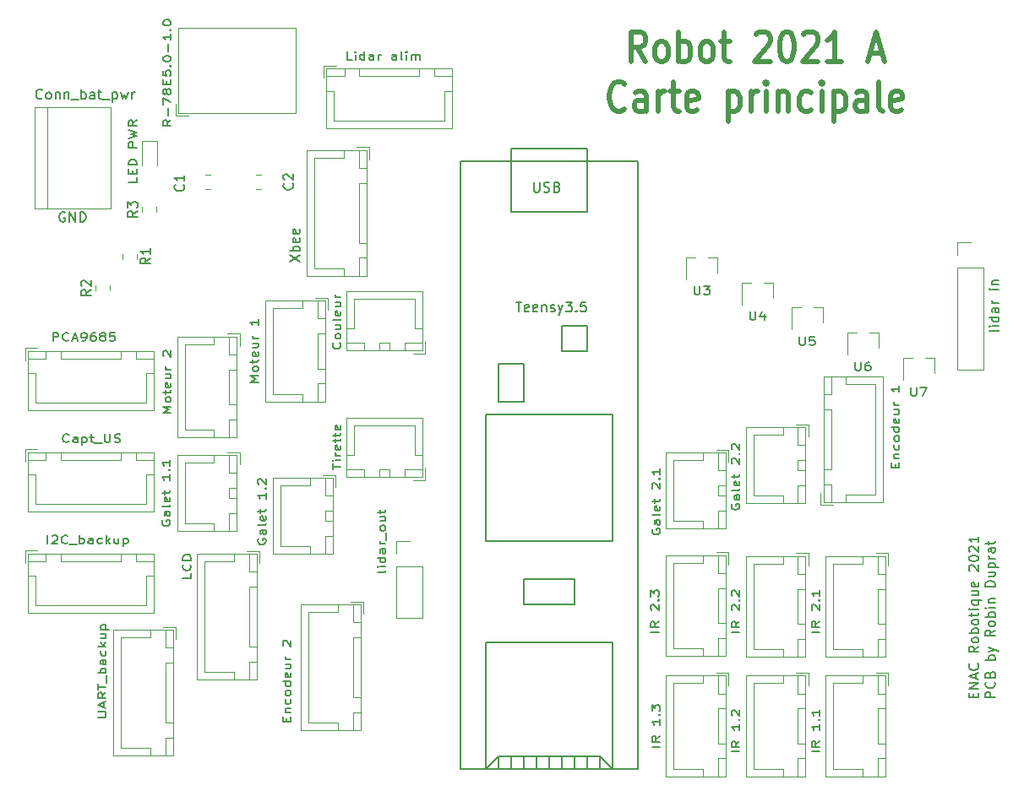
<source format=gbr>
%TF.GenerationSoftware,KiCad,Pcbnew,5.1.6+dfsg1-1*%
%TF.CreationDate,2021-03-04T16:54:05+01:00*%
%TF.ProjectId,pcb_robot_2021A,7063625f-726f-4626-9f74-5f3230323141,2.0*%
%TF.SameCoordinates,Original*%
%TF.FileFunction,Legend,Top*%
%TF.FilePolarity,Positive*%
%FSLAX46Y46*%
G04 Gerber Fmt 4.6, Leading zero omitted, Abs format (unit mm)*
G04 Created by KiCad (PCBNEW 5.1.6+dfsg1-1) date 2021-03-04 16:54:05*
%MOMM*%
%LPD*%
G01*
G04 APERTURE LIST*
%ADD10C,0.150000*%
%ADD11C,0.500000*%
%ADD12C,0.120000*%
G04 APERTURE END LIST*
D10*
X110238095Y-61000000D02*
X110142857Y-60952380D01*
X110000000Y-60952380D01*
X109857142Y-61000000D01*
X109761904Y-61095238D01*
X109714285Y-61190476D01*
X109666666Y-61380952D01*
X109666666Y-61523809D01*
X109714285Y-61714285D01*
X109761904Y-61809523D01*
X109857142Y-61904761D01*
X110000000Y-61952380D01*
X110095238Y-61952380D01*
X110238095Y-61904761D01*
X110285714Y-61857142D01*
X110285714Y-61523809D01*
X110095238Y-61523809D01*
X110714285Y-61952380D02*
X110714285Y-60952380D01*
X111285714Y-61952380D01*
X111285714Y-60952380D01*
X111761904Y-61952380D02*
X111761904Y-60952380D01*
X112000000Y-60952380D01*
X112142857Y-61000000D01*
X112238095Y-61095238D01*
X112285714Y-61190476D01*
X112333333Y-61380952D01*
X112333333Y-61523809D01*
X112285714Y-61714285D01*
X112238095Y-61809523D01*
X112142857Y-61904761D01*
X112000000Y-61952380D01*
X111761904Y-61952380D01*
X157238095Y-57952380D02*
X157238095Y-58761904D01*
X157285714Y-58857142D01*
X157333333Y-58904761D01*
X157428571Y-58952380D01*
X157619047Y-58952380D01*
X157714285Y-58904761D01*
X157761904Y-58857142D01*
X157809523Y-58761904D01*
X157809523Y-57952380D01*
X158238095Y-58904761D02*
X158380952Y-58952380D01*
X158619047Y-58952380D01*
X158714285Y-58904761D01*
X158761904Y-58857142D01*
X158809523Y-58761904D01*
X158809523Y-58666666D01*
X158761904Y-58571428D01*
X158714285Y-58523809D01*
X158619047Y-58476190D01*
X158428571Y-58428571D01*
X158333333Y-58380952D01*
X158285714Y-58333333D01*
X158238095Y-58238095D01*
X158238095Y-58142857D01*
X158285714Y-58047619D01*
X158333333Y-58000000D01*
X158428571Y-57952380D01*
X158666666Y-57952380D01*
X158809523Y-58000000D01*
X159571428Y-58428571D02*
X159714285Y-58476190D01*
X159761904Y-58523809D01*
X159809523Y-58619047D01*
X159809523Y-58761904D01*
X159761904Y-58857142D01*
X159714285Y-58904761D01*
X159619047Y-58952380D01*
X159238095Y-58952380D01*
X159238095Y-57952380D01*
X159571428Y-57952380D01*
X159666666Y-58000000D01*
X159714285Y-58047619D01*
X159761904Y-58142857D01*
X159761904Y-58238095D01*
X159714285Y-58333333D01*
X159666666Y-58380952D01*
X159571428Y-58428571D01*
X159238095Y-58428571D01*
X201287571Y-109646404D02*
X201287571Y-109313071D01*
X201811380Y-109170214D02*
X201811380Y-109646404D01*
X200811380Y-109646404D01*
X200811380Y-109170214D01*
X201811380Y-108741642D02*
X200811380Y-108741642D01*
X201811380Y-108170214D01*
X200811380Y-108170214D01*
X201525666Y-107741642D02*
X201525666Y-107265452D01*
X201811380Y-107836880D02*
X200811380Y-107503547D01*
X201811380Y-107170214D01*
X201716142Y-106265452D02*
X201763761Y-106313071D01*
X201811380Y-106455928D01*
X201811380Y-106551166D01*
X201763761Y-106694023D01*
X201668523Y-106789261D01*
X201573285Y-106836880D01*
X201382809Y-106884500D01*
X201239952Y-106884500D01*
X201049476Y-106836880D01*
X200954238Y-106789261D01*
X200859000Y-106694023D01*
X200811380Y-106551166D01*
X200811380Y-106455928D01*
X200859000Y-106313071D01*
X200906619Y-106265452D01*
X201811380Y-104503547D02*
X201335190Y-104836880D01*
X201811380Y-105074976D02*
X200811380Y-105074976D01*
X200811380Y-104694023D01*
X200859000Y-104598785D01*
X200906619Y-104551166D01*
X201001857Y-104503547D01*
X201144714Y-104503547D01*
X201239952Y-104551166D01*
X201287571Y-104598785D01*
X201335190Y-104694023D01*
X201335190Y-105074976D01*
X201811380Y-103932119D02*
X201763761Y-104027357D01*
X201716142Y-104074976D01*
X201620904Y-104122595D01*
X201335190Y-104122595D01*
X201239952Y-104074976D01*
X201192333Y-104027357D01*
X201144714Y-103932119D01*
X201144714Y-103789261D01*
X201192333Y-103694023D01*
X201239952Y-103646404D01*
X201335190Y-103598785D01*
X201620904Y-103598785D01*
X201716142Y-103646404D01*
X201763761Y-103694023D01*
X201811380Y-103789261D01*
X201811380Y-103932119D01*
X201811380Y-103170214D02*
X200811380Y-103170214D01*
X201192333Y-103170214D02*
X201144714Y-103074976D01*
X201144714Y-102884500D01*
X201192333Y-102789261D01*
X201239952Y-102741642D01*
X201335190Y-102694023D01*
X201620904Y-102694023D01*
X201716142Y-102741642D01*
X201763761Y-102789261D01*
X201811380Y-102884500D01*
X201811380Y-103074976D01*
X201763761Y-103170214D01*
X201811380Y-102122595D02*
X201763761Y-102217833D01*
X201716142Y-102265452D01*
X201620904Y-102313071D01*
X201335190Y-102313071D01*
X201239952Y-102265452D01*
X201192333Y-102217833D01*
X201144714Y-102122595D01*
X201144714Y-101979738D01*
X201192333Y-101884500D01*
X201239952Y-101836880D01*
X201335190Y-101789261D01*
X201620904Y-101789261D01*
X201716142Y-101836880D01*
X201763761Y-101884500D01*
X201811380Y-101979738D01*
X201811380Y-102122595D01*
X201144714Y-101503547D02*
X201144714Y-101122595D01*
X200811380Y-101360690D02*
X201668523Y-101360690D01*
X201763761Y-101313071D01*
X201811380Y-101217833D01*
X201811380Y-101122595D01*
X201811380Y-100789261D02*
X201144714Y-100789261D01*
X200811380Y-100789261D02*
X200859000Y-100836880D01*
X200906619Y-100789261D01*
X200859000Y-100741642D01*
X200811380Y-100789261D01*
X200906619Y-100789261D01*
X201144714Y-99884500D02*
X202144714Y-99884500D01*
X201763761Y-99884500D02*
X201811380Y-99979738D01*
X201811380Y-100170214D01*
X201763761Y-100265452D01*
X201716142Y-100313071D01*
X201620904Y-100360690D01*
X201335190Y-100360690D01*
X201239952Y-100313071D01*
X201192333Y-100265452D01*
X201144714Y-100170214D01*
X201144714Y-99979738D01*
X201192333Y-99884500D01*
X201144714Y-98979738D02*
X201811380Y-98979738D01*
X201144714Y-99408309D02*
X201668523Y-99408309D01*
X201763761Y-99360690D01*
X201811380Y-99265452D01*
X201811380Y-99122595D01*
X201763761Y-99027357D01*
X201716142Y-98979738D01*
X201763761Y-98122595D02*
X201811380Y-98217833D01*
X201811380Y-98408309D01*
X201763761Y-98503547D01*
X201668523Y-98551166D01*
X201287571Y-98551166D01*
X201192333Y-98503547D01*
X201144714Y-98408309D01*
X201144714Y-98217833D01*
X201192333Y-98122595D01*
X201287571Y-98074976D01*
X201382809Y-98074976D01*
X201478047Y-98551166D01*
X200906619Y-96932119D02*
X200859000Y-96884500D01*
X200811380Y-96789261D01*
X200811380Y-96551166D01*
X200859000Y-96455928D01*
X200906619Y-96408309D01*
X201001857Y-96360690D01*
X201097095Y-96360690D01*
X201239952Y-96408309D01*
X201811380Y-96979738D01*
X201811380Y-96360690D01*
X200811380Y-95741642D02*
X200811380Y-95646404D01*
X200859000Y-95551166D01*
X200906619Y-95503547D01*
X201001857Y-95455928D01*
X201192333Y-95408309D01*
X201430428Y-95408309D01*
X201620904Y-95455928D01*
X201716142Y-95503547D01*
X201763761Y-95551166D01*
X201811380Y-95646404D01*
X201811380Y-95741642D01*
X201763761Y-95836880D01*
X201716142Y-95884500D01*
X201620904Y-95932119D01*
X201430428Y-95979738D01*
X201192333Y-95979738D01*
X201001857Y-95932119D01*
X200906619Y-95884500D01*
X200859000Y-95836880D01*
X200811380Y-95741642D01*
X200906619Y-95027357D02*
X200859000Y-94979738D01*
X200811380Y-94884500D01*
X200811380Y-94646404D01*
X200859000Y-94551166D01*
X200906619Y-94503547D01*
X201001857Y-94455928D01*
X201097095Y-94455928D01*
X201239952Y-94503547D01*
X201811380Y-95074976D01*
X201811380Y-94455928D01*
X201811380Y-93503547D02*
X201811380Y-94074976D01*
X201811380Y-93789261D02*
X200811380Y-93789261D01*
X200954238Y-93884500D01*
X201049476Y-93979738D01*
X201097095Y-94074976D01*
X203461380Y-109646404D02*
X202461380Y-109646404D01*
X202461380Y-109265452D01*
X202509000Y-109170214D01*
X202556619Y-109122595D01*
X202651857Y-109074976D01*
X202794714Y-109074976D01*
X202889952Y-109122595D01*
X202937571Y-109170214D01*
X202985190Y-109265452D01*
X202985190Y-109646404D01*
X203366142Y-108074976D02*
X203413761Y-108122595D01*
X203461380Y-108265452D01*
X203461380Y-108360690D01*
X203413761Y-108503547D01*
X203318523Y-108598785D01*
X203223285Y-108646404D01*
X203032809Y-108694023D01*
X202889952Y-108694023D01*
X202699476Y-108646404D01*
X202604238Y-108598785D01*
X202509000Y-108503547D01*
X202461380Y-108360690D01*
X202461380Y-108265452D01*
X202509000Y-108122595D01*
X202556619Y-108074976D01*
X202937571Y-107313071D02*
X202985190Y-107170214D01*
X203032809Y-107122595D01*
X203128047Y-107074976D01*
X203270904Y-107074976D01*
X203366142Y-107122595D01*
X203413761Y-107170214D01*
X203461380Y-107265452D01*
X203461380Y-107646404D01*
X202461380Y-107646404D01*
X202461380Y-107313071D01*
X202509000Y-107217833D01*
X202556619Y-107170214D01*
X202651857Y-107122595D01*
X202747095Y-107122595D01*
X202842333Y-107170214D01*
X202889952Y-107217833D01*
X202937571Y-107313071D01*
X202937571Y-107646404D01*
X203461380Y-105884500D02*
X202461380Y-105884500D01*
X202842333Y-105884500D02*
X202794714Y-105789261D01*
X202794714Y-105598785D01*
X202842333Y-105503547D01*
X202889952Y-105455928D01*
X202985190Y-105408309D01*
X203270904Y-105408309D01*
X203366142Y-105455928D01*
X203413761Y-105503547D01*
X203461380Y-105598785D01*
X203461380Y-105789261D01*
X203413761Y-105884500D01*
X202794714Y-105074976D02*
X203461380Y-104836880D01*
X202794714Y-104598785D02*
X203461380Y-104836880D01*
X203699476Y-104932119D01*
X203747095Y-104979738D01*
X203794714Y-105074976D01*
X203461380Y-102884500D02*
X202985190Y-103217833D01*
X203461380Y-103455928D02*
X202461380Y-103455928D01*
X202461380Y-103074976D01*
X202509000Y-102979738D01*
X202556619Y-102932119D01*
X202651857Y-102884500D01*
X202794714Y-102884500D01*
X202889952Y-102932119D01*
X202937571Y-102979738D01*
X202985190Y-103074976D01*
X202985190Y-103455928D01*
X203461380Y-102313071D02*
X203413761Y-102408309D01*
X203366142Y-102455928D01*
X203270904Y-102503547D01*
X202985190Y-102503547D01*
X202889952Y-102455928D01*
X202842333Y-102408309D01*
X202794714Y-102313071D01*
X202794714Y-102170214D01*
X202842333Y-102074976D01*
X202889952Y-102027357D01*
X202985190Y-101979738D01*
X203270904Y-101979738D01*
X203366142Y-102027357D01*
X203413761Y-102074976D01*
X203461380Y-102170214D01*
X203461380Y-102313071D01*
X203461380Y-101551166D02*
X202461380Y-101551166D01*
X202842333Y-101551166D02*
X202794714Y-101455928D01*
X202794714Y-101265452D01*
X202842333Y-101170214D01*
X202889952Y-101122595D01*
X202985190Y-101074976D01*
X203270904Y-101074976D01*
X203366142Y-101122595D01*
X203413761Y-101170214D01*
X203461380Y-101265452D01*
X203461380Y-101455928D01*
X203413761Y-101551166D01*
X203461380Y-100646404D02*
X202794714Y-100646404D01*
X202461380Y-100646404D02*
X202509000Y-100694023D01*
X202556619Y-100646404D01*
X202509000Y-100598785D01*
X202461380Y-100646404D01*
X202556619Y-100646404D01*
X202794714Y-100170214D02*
X203461380Y-100170214D01*
X202889952Y-100170214D02*
X202842333Y-100122595D01*
X202794714Y-100027357D01*
X202794714Y-99884500D01*
X202842333Y-99789261D01*
X202937571Y-99741642D01*
X203461380Y-99741642D01*
X203461380Y-98503547D02*
X202461380Y-98503547D01*
X202461380Y-98265452D01*
X202509000Y-98122595D01*
X202604238Y-98027357D01*
X202699476Y-97979738D01*
X202889952Y-97932119D01*
X203032809Y-97932119D01*
X203223285Y-97979738D01*
X203318523Y-98027357D01*
X203413761Y-98122595D01*
X203461380Y-98265452D01*
X203461380Y-98503547D01*
X202794714Y-97074976D02*
X203461380Y-97074976D01*
X202794714Y-97503547D02*
X203318523Y-97503547D01*
X203413761Y-97455928D01*
X203461380Y-97360690D01*
X203461380Y-97217833D01*
X203413761Y-97122595D01*
X203366142Y-97074976D01*
X202794714Y-96598785D02*
X203794714Y-96598785D01*
X202842333Y-96598785D02*
X202794714Y-96503547D01*
X202794714Y-96313071D01*
X202842333Y-96217833D01*
X202889952Y-96170214D01*
X202985190Y-96122595D01*
X203270904Y-96122595D01*
X203366142Y-96170214D01*
X203413761Y-96217833D01*
X203461380Y-96313071D01*
X203461380Y-96503547D01*
X203413761Y-96598785D01*
X203461380Y-95694023D02*
X202794714Y-95694023D01*
X202985190Y-95694023D02*
X202889952Y-95646404D01*
X202842333Y-95598785D01*
X202794714Y-95503547D01*
X202794714Y-95408309D01*
X203461380Y-94646404D02*
X202937571Y-94646404D01*
X202842333Y-94694023D01*
X202794714Y-94789261D01*
X202794714Y-94979738D01*
X202842333Y-95074976D01*
X203413761Y-94646404D02*
X203461380Y-94741642D01*
X203461380Y-94979738D01*
X203413761Y-95074976D01*
X203318523Y-95122595D01*
X203223285Y-95122595D01*
X203128047Y-95074976D01*
X203080428Y-94979738D01*
X203080428Y-94741642D01*
X203032809Y-94646404D01*
X202794714Y-94313071D02*
X202794714Y-93932119D01*
X202461380Y-94170214D02*
X203318523Y-94170214D01*
X203413761Y-94122595D01*
X203461380Y-94027357D01*
X203461380Y-93932119D01*
D11*
X168428571Y-45857142D02*
X167595238Y-44428571D01*
X167000000Y-45857142D02*
X167000000Y-42857142D01*
X167952380Y-42857142D01*
X168190476Y-43000000D01*
X168309523Y-43142857D01*
X168428571Y-43428571D01*
X168428571Y-43857142D01*
X168309523Y-44142857D01*
X168190476Y-44285714D01*
X167952380Y-44428571D01*
X167000000Y-44428571D01*
X169857142Y-45857142D02*
X169619047Y-45714285D01*
X169500000Y-45571428D01*
X169380952Y-45285714D01*
X169380952Y-44428571D01*
X169500000Y-44142857D01*
X169619047Y-44000000D01*
X169857142Y-43857142D01*
X170214285Y-43857142D01*
X170452380Y-44000000D01*
X170571428Y-44142857D01*
X170690476Y-44428571D01*
X170690476Y-45285714D01*
X170571428Y-45571428D01*
X170452380Y-45714285D01*
X170214285Y-45857142D01*
X169857142Y-45857142D01*
X171761904Y-45857142D02*
X171761904Y-42857142D01*
X171761904Y-44000000D02*
X172000000Y-43857142D01*
X172476190Y-43857142D01*
X172714285Y-44000000D01*
X172833333Y-44142857D01*
X172952380Y-44428571D01*
X172952380Y-45285714D01*
X172833333Y-45571428D01*
X172714285Y-45714285D01*
X172476190Y-45857142D01*
X172000000Y-45857142D01*
X171761904Y-45714285D01*
X174380952Y-45857142D02*
X174142857Y-45714285D01*
X174023809Y-45571428D01*
X173904761Y-45285714D01*
X173904761Y-44428571D01*
X174023809Y-44142857D01*
X174142857Y-44000000D01*
X174380952Y-43857142D01*
X174738095Y-43857142D01*
X174976190Y-44000000D01*
X175095238Y-44142857D01*
X175214285Y-44428571D01*
X175214285Y-45285714D01*
X175095238Y-45571428D01*
X174976190Y-45714285D01*
X174738095Y-45857142D01*
X174380952Y-45857142D01*
X175928571Y-43857142D02*
X176880952Y-43857142D01*
X176285714Y-42857142D02*
X176285714Y-45428571D01*
X176404761Y-45714285D01*
X176642857Y-45857142D01*
X176880952Y-45857142D01*
X179500000Y-43142857D02*
X179619047Y-43000000D01*
X179857142Y-42857142D01*
X180452380Y-42857142D01*
X180690476Y-43000000D01*
X180809523Y-43142857D01*
X180928571Y-43428571D01*
X180928571Y-43714285D01*
X180809523Y-44142857D01*
X179380952Y-45857142D01*
X180928571Y-45857142D01*
X182476190Y-42857142D02*
X182714285Y-42857142D01*
X182952380Y-43000000D01*
X183071428Y-43142857D01*
X183190476Y-43428571D01*
X183309523Y-44000000D01*
X183309523Y-44714285D01*
X183190476Y-45285714D01*
X183071428Y-45571428D01*
X182952380Y-45714285D01*
X182714285Y-45857142D01*
X182476190Y-45857142D01*
X182238095Y-45714285D01*
X182119047Y-45571428D01*
X182000000Y-45285714D01*
X181880952Y-44714285D01*
X181880952Y-44000000D01*
X182000000Y-43428571D01*
X182119047Y-43142857D01*
X182238095Y-43000000D01*
X182476190Y-42857142D01*
X184261904Y-43142857D02*
X184380952Y-43000000D01*
X184619047Y-42857142D01*
X185214285Y-42857142D01*
X185452380Y-43000000D01*
X185571428Y-43142857D01*
X185690476Y-43428571D01*
X185690476Y-43714285D01*
X185571428Y-44142857D01*
X184142857Y-45857142D01*
X185690476Y-45857142D01*
X188071428Y-45857142D02*
X186642857Y-45857142D01*
X187357142Y-45857142D02*
X187357142Y-42857142D01*
X187119047Y-43285714D01*
X186880952Y-43571428D01*
X186642857Y-43714285D01*
X190928571Y-45000000D02*
X192119047Y-45000000D01*
X190690476Y-45857142D02*
X191523809Y-42857142D01*
X192357142Y-45857142D01*
X166345238Y-50571428D02*
X166226190Y-50714285D01*
X165869047Y-50857142D01*
X165630952Y-50857142D01*
X165273809Y-50714285D01*
X165035714Y-50428571D01*
X164916666Y-50142857D01*
X164797619Y-49571428D01*
X164797619Y-49142857D01*
X164916666Y-48571428D01*
X165035714Y-48285714D01*
X165273809Y-48000000D01*
X165630952Y-47857142D01*
X165869047Y-47857142D01*
X166226190Y-48000000D01*
X166345238Y-48142857D01*
X168488095Y-50857142D02*
X168488095Y-49285714D01*
X168369047Y-49000000D01*
X168130952Y-48857142D01*
X167654761Y-48857142D01*
X167416666Y-49000000D01*
X168488095Y-50714285D02*
X168250000Y-50857142D01*
X167654761Y-50857142D01*
X167416666Y-50714285D01*
X167297619Y-50428571D01*
X167297619Y-50142857D01*
X167416666Y-49857142D01*
X167654761Y-49714285D01*
X168250000Y-49714285D01*
X168488095Y-49571428D01*
X169678571Y-50857142D02*
X169678571Y-48857142D01*
X169678571Y-49428571D02*
X169797619Y-49142857D01*
X169916666Y-49000000D01*
X170154761Y-48857142D01*
X170392857Y-48857142D01*
X170869047Y-48857142D02*
X171821428Y-48857142D01*
X171226190Y-47857142D02*
X171226190Y-50428571D01*
X171345238Y-50714285D01*
X171583333Y-50857142D01*
X171821428Y-50857142D01*
X173607142Y-50714285D02*
X173369047Y-50857142D01*
X172892857Y-50857142D01*
X172654761Y-50714285D01*
X172535714Y-50428571D01*
X172535714Y-49285714D01*
X172654761Y-49000000D01*
X172892857Y-48857142D01*
X173369047Y-48857142D01*
X173607142Y-49000000D01*
X173726190Y-49285714D01*
X173726190Y-49571428D01*
X172535714Y-49857142D01*
X176702380Y-48857142D02*
X176702380Y-51857142D01*
X176702380Y-49000000D02*
X176940476Y-48857142D01*
X177416666Y-48857142D01*
X177654761Y-49000000D01*
X177773809Y-49142857D01*
X177892857Y-49428571D01*
X177892857Y-50285714D01*
X177773809Y-50571428D01*
X177654761Y-50714285D01*
X177416666Y-50857142D01*
X176940476Y-50857142D01*
X176702380Y-50714285D01*
X178964285Y-50857142D02*
X178964285Y-48857142D01*
X178964285Y-49428571D02*
X179083333Y-49142857D01*
X179202380Y-49000000D01*
X179440476Y-48857142D01*
X179678571Y-48857142D01*
X180511904Y-50857142D02*
X180511904Y-48857142D01*
X180511904Y-47857142D02*
X180392857Y-48000000D01*
X180511904Y-48142857D01*
X180630952Y-48000000D01*
X180511904Y-47857142D01*
X180511904Y-48142857D01*
X181702380Y-48857142D02*
X181702380Y-50857142D01*
X181702380Y-49142857D02*
X181821428Y-49000000D01*
X182059523Y-48857142D01*
X182416666Y-48857142D01*
X182654761Y-49000000D01*
X182773809Y-49285714D01*
X182773809Y-50857142D01*
X185035714Y-50714285D02*
X184797619Y-50857142D01*
X184321428Y-50857142D01*
X184083333Y-50714285D01*
X183964285Y-50571428D01*
X183845238Y-50285714D01*
X183845238Y-49428571D01*
X183964285Y-49142857D01*
X184083333Y-49000000D01*
X184321428Y-48857142D01*
X184797619Y-48857142D01*
X185035714Y-49000000D01*
X186107142Y-50857142D02*
X186107142Y-48857142D01*
X186107142Y-47857142D02*
X185988095Y-48000000D01*
X186107142Y-48142857D01*
X186226190Y-48000000D01*
X186107142Y-47857142D01*
X186107142Y-48142857D01*
X187297619Y-48857142D02*
X187297619Y-51857142D01*
X187297619Y-49000000D02*
X187535714Y-48857142D01*
X188011904Y-48857142D01*
X188250000Y-49000000D01*
X188369047Y-49142857D01*
X188488095Y-49428571D01*
X188488095Y-50285714D01*
X188369047Y-50571428D01*
X188250000Y-50714285D01*
X188011904Y-50857142D01*
X187535714Y-50857142D01*
X187297619Y-50714285D01*
X190630952Y-50857142D02*
X190630952Y-49285714D01*
X190511904Y-49000000D01*
X190273809Y-48857142D01*
X189797619Y-48857142D01*
X189559523Y-49000000D01*
X190630952Y-50714285D02*
X190392857Y-50857142D01*
X189797619Y-50857142D01*
X189559523Y-50714285D01*
X189440476Y-50428571D01*
X189440476Y-50142857D01*
X189559523Y-49857142D01*
X189797619Y-49714285D01*
X190392857Y-49714285D01*
X190630952Y-49571428D01*
X192178571Y-50857142D02*
X191940476Y-50714285D01*
X191821428Y-50428571D01*
X191821428Y-47857142D01*
X194083333Y-50714285D02*
X193845238Y-50857142D01*
X193369047Y-50857142D01*
X193130952Y-50714285D01*
X193011904Y-50428571D01*
X193011904Y-49285714D01*
X193130952Y-49000000D01*
X193369047Y-48857142D01*
X193845238Y-48857142D01*
X194083333Y-49000000D01*
X194202380Y-49285714D01*
X194202380Y-49571428D01*
X193011904Y-49857142D01*
D12*
%TO.C,R1*%
X117423000Y-65134748D02*
X117423000Y-65657252D01*
X116003000Y-65134748D02*
X116003000Y-65657252D01*
%TO.C,J10*%
X186262000Y-90063000D02*
X192232000Y-90063000D01*
X192232000Y-90063000D02*
X192232000Y-77443000D01*
X192232000Y-77443000D02*
X186262000Y-77443000D01*
X186262000Y-77443000D02*
X186262000Y-90063000D01*
X186272000Y-86753000D02*
X187022000Y-86753000D01*
X187022000Y-86753000D02*
X187022000Y-80753000D01*
X187022000Y-80753000D02*
X186272000Y-80753000D01*
X186272000Y-80753000D02*
X186272000Y-86753000D01*
X186272000Y-90053000D02*
X187022000Y-90053000D01*
X187022000Y-90053000D02*
X187022000Y-88253000D01*
X187022000Y-88253000D02*
X186272000Y-88253000D01*
X186272000Y-88253000D02*
X186272000Y-90053000D01*
X186272000Y-79253000D02*
X187022000Y-79253000D01*
X187022000Y-79253000D02*
X187022000Y-77453000D01*
X187022000Y-77453000D02*
X186272000Y-77453000D01*
X186272000Y-77453000D02*
X186272000Y-79253000D01*
X188522000Y-90053000D02*
X188522000Y-89303000D01*
X188522000Y-89303000D02*
X191472000Y-89303000D01*
X191472000Y-89303000D02*
X191472000Y-83753000D01*
X188522000Y-77453000D02*
X188522000Y-78203000D01*
X188522000Y-78203000D02*
X191472000Y-78203000D01*
X191472000Y-78203000D02*
X191472000Y-83753000D01*
X185972000Y-89103000D02*
X185972000Y-90353000D01*
X185972000Y-90353000D02*
X187222000Y-90353000D01*
%TO.C,J4*%
X176460000Y-107440000D02*
X170490000Y-107440000D01*
X170490000Y-107440000D02*
X170490000Y-117560000D01*
X170490000Y-117560000D02*
X176460000Y-117560000D01*
X176460000Y-117560000D02*
X176460000Y-107440000D01*
X176450000Y-110750000D02*
X175700000Y-110750000D01*
X175700000Y-110750000D02*
X175700000Y-114250000D01*
X175700000Y-114250000D02*
X176450000Y-114250000D01*
X176450000Y-114250000D02*
X176450000Y-110750000D01*
X176450000Y-107450000D02*
X175700000Y-107450000D01*
X175700000Y-107450000D02*
X175700000Y-109250000D01*
X175700000Y-109250000D02*
X176450000Y-109250000D01*
X176450000Y-109250000D02*
X176450000Y-107450000D01*
X176450000Y-115750000D02*
X175700000Y-115750000D01*
X175700000Y-115750000D02*
X175700000Y-117550000D01*
X175700000Y-117550000D02*
X176450000Y-117550000D01*
X176450000Y-117550000D02*
X176450000Y-115750000D01*
X174200000Y-107450000D02*
X174200000Y-108200000D01*
X174200000Y-108200000D02*
X171250000Y-108200000D01*
X171250000Y-108200000D02*
X171250000Y-112500000D01*
X174200000Y-117550000D02*
X174200000Y-116800000D01*
X174200000Y-116800000D02*
X171250000Y-116800000D01*
X171250000Y-116800000D02*
X171250000Y-112500000D01*
X176750000Y-108400000D02*
X176750000Y-107150000D01*
X176750000Y-107150000D02*
X175500000Y-107150000D01*
%TO.C,J15*%
X121078000Y-102850000D02*
X115108000Y-102850000D01*
X115108000Y-102850000D02*
X115108000Y-115470000D01*
X115108000Y-115470000D02*
X121078000Y-115470000D01*
X121078000Y-115470000D02*
X121078000Y-102850000D01*
X121068000Y-106160000D02*
X120318000Y-106160000D01*
X120318000Y-106160000D02*
X120318000Y-112160000D01*
X120318000Y-112160000D02*
X121068000Y-112160000D01*
X121068000Y-112160000D02*
X121068000Y-106160000D01*
X121068000Y-102860000D02*
X120318000Y-102860000D01*
X120318000Y-102860000D02*
X120318000Y-104660000D01*
X120318000Y-104660000D02*
X121068000Y-104660000D01*
X121068000Y-104660000D02*
X121068000Y-102860000D01*
X121068000Y-113660000D02*
X120318000Y-113660000D01*
X120318000Y-113660000D02*
X120318000Y-115460000D01*
X120318000Y-115460000D02*
X121068000Y-115460000D01*
X121068000Y-115460000D02*
X121068000Y-113660000D01*
X118818000Y-102860000D02*
X118818000Y-103610000D01*
X118818000Y-103610000D02*
X115868000Y-103610000D01*
X115868000Y-103610000D02*
X115868000Y-109160000D01*
X118818000Y-115460000D02*
X118818000Y-114710000D01*
X118818000Y-114710000D02*
X115868000Y-114710000D01*
X115868000Y-114710000D02*
X115868000Y-109160000D01*
X121368000Y-103810000D02*
X121368000Y-102560000D01*
X121368000Y-102560000D02*
X120118000Y-102560000D01*
%TO.C,J16*%
X140460000Y-54717000D02*
X134490000Y-54717000D01*
X134490000Y-54717000D02*
X134490000Y-67337000D01*
X134490000Y-67337000D02*
X140460000Y-67337000D01*
X140460000Y-67337000D02*
X140460000Y-54717000D01*
X140450000Y-58027000D02*
X139700000Y-58027000D01*
X139700000Y-58027000D02*
X139700000Y-64027000D01*
X139700000Y-64027000D02*
X140450000Y-64027000D01*
X140450000Y-64027000D02*
X140450000Y-58027000D01*
X140450000Y-54727000D02*
X139700000Y-54727000D01*
X139700000Y-54727000D02*
X139700000Y-56527000D01*
X139700000Y-56527000D02*
X140450000Y-56527000D01*
X140450000Y-56527000D02*
X140450000Y-54727000D01*
X140450000Y-65527000D02*
X139700000Y-65527000D01*
X139700000Y-65527000D02*
X139700000Y-67327000D01*
X139700000Y-67327000D02*
X140450000Y-67327000D01*
X140450000Y-67327000D02*
X140450000Y-65527000D01*
X138200000Y-54727000D02*
X138200000Y-55477000D01*
X138200000Y-55477000D02*
X135250000Y-55477000D01*
X135250000Y-55477000D02*
X135250000Y-61027000D01*
X138200000Y-67327000D02*
X138200000Y-66577000D01*
X138200000Y-66577000D02*
X135250000Y-66577000D01*
X135250000Y-66577000D02*
X135250000Y-61027000D01*
X140750000Y-55677000D02*
X140750000Y-54427000D01*
X140750000Y-54427000D02*
X139500000Y-54427000D01*
%TO.C,J9*%
X127460000Y-73440000D02*
X121490000Y-73440000D01*
X121490000Y-73440000D02*
X121490000Y-83560000D01*
X121490000Y-83560000D02*
X127460000Y-83560000D01*
X127460000Y-83560000D02*
X127460000Y-73440000D01*
X127450000Y-76750000D02*
X126700000Y-76750000D01*
X126700000Y-76750000D02*
X126700000Y-80250000D01*
X126700000Y-80250000D02*
X127450000Y-80250000D01*
X127450000Y-80250000D02*
X127450000Y-76750000D01*
X127450000Y-73450000D02*
X126700000Y-73450000D01*
X126700000Y-73450000D02*
X126700000Y-75250000D01*
X126700000Y-75250000D02*
X127450000Y-75250000D01*
X127450000Y-75250000D02*
X127450000Y-73450000D01*
X127450000Y-81750000D02*
X126700000Y-81750000D01*
X126700000Y-81750000D02*
X126700000Y-83550000D01*
X126700000Y-83550000D02*
X127450000Y-83550000D01*
X127450000Y-83550000D02*
X127450000Y-81750000D01*
X125200000Y-73450000D02*
X125200000Y-74200000D01*
X125200000Y-74200000D02*
X122250000Y-74200000D01*
X122250000Y-74200000D02*
X122250000Y-78500000D01*
X125200000Y-83550000D02*
X125200000Y-82800000D01*
X125200000Y-82800000D02*
X122250000Y-82800000D01*
X122250000Y-82800000D02*
X122250000Y-78500000D01*
X127750000Y-74400000D02*
X127750000Y-73150000D01*
X127750000Y-73150000D02*
X126500000Y-73150000D01*
%TO.C,J8*%
X136318000Y-69830000D02*
X130348000Y-69830000D01*
X130348000Y-69830000D02*
X130348000Y-79950000D01*
X130348000Y-79950000D02*
X136318000Y-79950000D01*
X136318000Y-79950000D02*
X136318000Y-69830000D01*
X136308000Y-73140000D02*
X135558000Y-73140000D01*
X135558000Y-73140000D02*
X135558000Y-76640000D01*
X135558000Y-76640000D02*
X136308000Y-76640000D01*
X136308000Y-76640000D02*
X136308000Y-73140000D01*
X136308000Y-69840000D02*
X135558000Y-69840000D01*
X135558000Y-69840000D02*
X135558000Y-71640000D01*
X135558000Y-71640000D02*
X136308000Y-71640000D01*
X136308000Y-71640000D02*
X136308000Y-69840000D01*
X136308000Y-78140000D02*
X135558000Y-78140000D01*
X135558000Y-78140000D02*
X135558000Y-79940000D01*
X135558000Y-79940000D02*
X136308000Y-79940000D01*
X136308000Y-79940000D02*
X136308000Y-78140000D01*
X134058000Y-69840000D02*
X134058000Y-70590000D01*
X134058000Y-70590000D02*
X131108000Y-70590000D01*
X131108000Y-70590000D02*
X131108000Y-74890000D01*
X134058000Y-79940000D02*
X134058000Y-79190000D01*
X134058000Y-79190000D02*
X131108000Y-79190000D01*
X131108000Y-79190000D02*
X131108000Y-74890000D01*
X136608000Y-70790000D02*
X136608000Y-69540000D01*
X136608000Y-69540000D02*
X135358000Y-69540000D01*
%TO.C,J12*%
X108460000Y-60620000D02*
X108460000Y-50460000D01*
X107190000Y-60620000D02*
X114810000Y-60620000D01*
X114810000Y-60620000D02*
X114810000Y-50460000D01*
X114810000Y-50460000D02*
X107190000Y-50460000D01*
X107190000Y-50460000D02*
X107190000Y-60620000D01*
%TO.C,J7*%
X176460000Y-95357000D02*
X170490000Y-95357000D01*
X170490000Y-95357000D02*
X170490000Y-105477000D01*
X170490000Y-105477000D02*
X176460000Y-105477000D01*
X176460000Y-105477000D02*
X176460000Y-95357000D01*
X176450000Y-98667000D02*
X175700000Y-98667000D01*
X175700000Y-98667000D02*
X175700000Y-102167000D01*
X175700000Y-102167000D02*
X176450000Y-102167000D01*
X176450000Y-102167000D02*
X176450000Y-98667000D01*
X176450000Y-95367000D02*
X175700000Y-95367000D01*
X175700000Y-95367000D02*
X175700000Y-97167000D01*
X175700000Y-97167000D02*
X176450000Y-97167000D01*
X176450000Y-97167000D02*
X176450000Y-95367000D01*
X176450000Y-103667000D02*
X175700000Y-103667000D01*
X175700000Y-103667000D02*
X175700000Y-105467000D01*
X175700000Y-105467000D02*
X176450000Y-105467000D01*
X176450000Y-105467000D02*
X176450000Y-103667000D01*
X174200000Y-95367000D02*
X174200000Y-96117000D01*
X174200000Y-96117000D02*
X171250000Y-96117000D01*
X171250000Y-96117000D02*
X171250000Y-100417000D01*
X174200000Y-105467000D02*
X174200000Y-104717000D01*
X174200000Y-104717000D02*
X171250000Y-104717000D01*
X171250000Y-104717000D02*
X171250000Y-100417000D01*
X176750000Y-96317000D02*
X176750000Y-95067000D01*
X176750000Y-95067000D02*
X175500000Y-95067000D01*
%TO.C,J20*%
X199648000Y-76768000D02*
X202308000Y-76768000D01*
X199648000Y-66548000D02*
X199648000Y-76768000D01*
X202308000Y-66548000D02*
X202308000Y-76768000D01*
X199648000Y-66548000D02*
X202308000Y-66548000D01*
X199648000Y-65278000D02*
X199648000Y-63948000D01*
X199648000Y-63948000D02*
X200978000Y-63948000D01*
%TO.C,U6*%
X191824000Y-73070000D02*
X191824000Y-74530000D01*
X188664000Y-73070000D02*
X188664000Y-75230000D01*
X188664000Y-73070000D02*
X189594000Y-73070000D01*
X191824000Y-73070000D02*
X190894000Y-73070000D01*
%TO.C,U7*%
X197412000Y-75610000D02*
X197412000Y-77070000D01*
X194252000Y-75610000D02*
X194252000Y-77770000D01*
X194252000Y-75610000D02*
X195182000Y-75610000D01*
X197412000Y-75610000D02*
X196482000Y-75610000D01*
%TO.C,U3*%
X175634000Y-65534000D02*
X175634000Y-66994000D01*
X172474000Y-65534000D02*
X172474000Y-67694000D01*
X172474000Y-65534000D02*
X173404000Y-65534000D01*
X175634000Y-65534000D02*
X174704000Y-65534000D01*
%TO.C,U5*%
X186236000Y-70530000D02*
X186236000Y-71990000D01*
X183076000Y-70530000D02*
X183076000Y-72690000D01*
X183076000Y-70530000D02*
X184006000Y-70530000D01*
X186236000Y-70530000D02*
X185306000Y-70530000D01*
%TO.C,U4*%
X181222000Y-68074000D02*
X181222000Y-69534000D01*
X178062000Y-68074000D02*
X178062000Y-70234000D01*
X178062000Y-68074000D02*
X178992000Y-68074000D01*
X181222000Y-68074000D02*
X180292000Y-68074000D01*
D10*
%TO.C,U2*%
X162560000Y-72390000D02*
X160020000Y-72390000D01*
X160020000Y-72390000D02*
X160020000Y-74930000D01*
X160020000Y-74930000D02*
X162560000Y-74930000D01*
X162560000Y-74930000D02*
X162560000Y-72390000D01*
X153670000Y-80010000D02*
X153670000Y-76200000D01*
X153670000Y-76200000D02*
X156210000Y-76200000D01*
X156210000Y-76200000D02*
X156210000Y-80010000D01*
X156210000Y-80010000D02*
X153670000Y-80010000D01*
X152400000Y-93980000D02*
X165100000Y-93980000D01*
X165100000Y-81280000D02*
X152400000Y-81280000D01*
X152400000Y-81280000D02*
X152400000Y-93980000D01*
X165100000Y-81280000D02*
X165100000Y-93980000D01*
X153670000Y-115570000D02*
X153670000Y-116840000D01*
X154940000Y-115570000D02*
X154940000Y-116840000D01*
X156210000Y-115570000D02*
X156210000Y-116840000D01*
X157480000Y-115570000D02*
X157480000Y-116840000D01*
X158750000Y-115570000D02*
X158750000Y-116840000D01*
X160020000Y-115570000D02*
X160020000Y-116840000D01*
X161290000Y-115570000D02*
X161290000Y-116840000D01*
X162560000Y-115570000D02*
X162560000Y-116840000D01*
X163830000Y-115570000D02*
X163830000Y-116840000D01*
X152400000Y-116840000D02*
X153670000Y-115570000D01*
X153670000Y-115570000D02*
X163830000Y-115570000D01*
X163830000Y-115570000D02*
X165100000Y-116840000D01*
X165100000Y-116840000D02*
X165100000Y-104140000D01*
X165100000Y-104140000D02*
X152400000Y-104140000D01*
X152400000Y-104140000D02*
X152400000Y-116840000D01*
X167640000Y-116840000D02*
X167640000Y-55880000D01*
X149860000Y-55880000D02*
X149860000Y-116840000D01*
X154940000Y-55880000D02*
X154940000Y-54610000D01*
X154940000Y-54610000D02*
X162560000Y-54610000D01*
X162560000Y-54610000D02*
X162560000Y-55880000D01*
X154940000Y-60960000D02*
X162560000Y-60960000D01*
X162560000Y-60960000D02*
X162560000Y-55880000D01*
X154940000Y-60960000D02*
X154940000Y-55880000D01*
X161290000Y-100330000D02*
X156210000Y-100330000D01*
X156210000Y-100330000D02*
X156210000Y-97790000D01*
X156210000Y-97790000D02*
X161290000Y-97790000D01*
X161290000Y-97790000D02*
X161290000Y-100330000D01*
X167640000Y-116840000D02*
X149860000Y-116840000D01*
X149860000Y-55880000D02*
X167640000Y-55880000D01*
D12*
%TO.C,U1*%
X121629000Y-42440000D02*
X133350000Y-42440000D01*
X121629000Y-51060000D02*
X133350000Y-51060000D01*
X121629000Y-42440000D02*
X121629000Y-51060000D01*
X133350000Y-42440000D02*
X133350000Y-51060000D01*
X121389000Y-50060000D02*
X121389000Y-51300000D01*
X121389000Y-51300000D02*
X122629000Y-51300000D01*
%TO.C,R3*%
X118002000Y-60967252D02*
X118002000Y-60444748D01*
X119422000Y-60967252D02*
X119422000Y-60444748D01*
%TO.C,R2*%
X113336000Y-68841252D02*
X113336000Y-68318748D01*
X114756000Y-68841252D02*
X114756000Y-68318748D01*
%TO.C,J26*%
X184750000Y-82240000D02*
X183500000Y-82240000D01*
X184750000Y-83490000D02*
X184750000Y-82240000D01*
X179250000Y-89390000D02*
X179250000Y-86340000D01*
X182200000Y-89390000D02*
X179250000Y-89390000D01*
X182200000Y-90140000D02*
X182200000Y-89390000D01*
X179250000Y-83290000D02*
X179250000Y-86340000D01*
X182200000Y-83290000D02*
X179250000Y-83290000D01*
X182200000Y-82540000D02*
X182200000Y-83290000D01*
X184450000Y-90140000D02*
X184450000Y-88340000D01*
X183700000Y-90140000D02*
X184450000Y-90140000D01*
X183700000Y-88340000D02*
X183700000Y-90140000D01*
X184450000Y-88340000D02*
X183700000Y-88340000D01*
X184450000Y-84340000D02*
X184450000Y-82540000D01*
X183700000Y-84340000D02*
X184450000Y-84340000D01*
X183700000Y-82540000D02*
X183700000Y-84340000D01*
X184450000Y-82540000D02*
X183700000Y-82540000D01*
X184450000Y-86840000D02*
X184450000Y-85840000D01*
X183700000Y-86840000D02*
X184450000Y-86840000D01*
X183700000Y-85840000D02*
X183700000Y-86840000D01*
X184450000Y-85840000D02*
X183700000Y-85840000D01*
X184460000Y-90150000D02*
X184460000Y-82530000D01*
X178490000Y-90150000D02*
X184460000Y-90150000D01*
X178490000Y-82530000D02*
X178490000Y-90150000D01*
X184460000Y-82530000D02*
X178490000Y-82530000D01*
%TO.C,J25*%
X176460000Y-85070000D02*
X170490000Y-85070000D01*
X170490000Y-85070000D02*
X170490000Y-92690000D01*
X170490000Y-92690000D02*
X176460000Y-92690000D01*
X176460000Y-92690000D02*
X176460000Y-85070000D01*
X176450000Y-88380000D02*
X175700000Y-88380000D01*
X175700000Y-88380000D02*
X175700000Y-89380000D01*
X175700000Y-89380000D02*
X176450000Y-89380000D01*
X176450000Y-89380000D02*
X176450000Y-88380000D01*
X176450000Y-85080000D02*
X175700000Y-85080000D01*
X175700000Y-85080000D02*
X175700000Y-86880000D01*
X175700000Y-86880000D02*
X176450000Y-86880000D01*
X176450000Y-86880000D02*
X176450000Y-85080000D01*
X176450000Y-90880000D02*
X175700000Y-90880000D01*
X175700000Y-90880000D02*
X175700000Y-92680000D01*
X175700000Y-92680000D02*
X176450000Y-92680000D01*
X176450000Y-92680000D02*
X176450000Y-90880000D01*
X174200000Y-85080000D02*
X174200000Y-85830000D01*
X174200000Y-85830000D02*
X171250000Y-85830000D01*
X171250000Y-85830000D02*
X171250000Y-88880000D01*
X174200000Y-92680000D02*
X174200000Y-91930000D01*
X174200000Y-91930000D02*
X171250000Y-91930000D01*
X171250000Y-91930000D02*
X171250000Y-88880000D01*
X176750000Y-86030000D02*
X176750000Y-84780000D01*
X176750000Y-84780000D02*
X175500000Y-84780000D01*
%TO.C,J24*%
X137080000Y-87610000D02*
X131110000Y-87610000D01*
X131110000Y-87610000D02*
X131110000Y-95230000D01*
X131110000Y-95230000D02*
X137080000Y-95230000D01*
X137080000Y-95230000D02*
X137080000Y-87610000D01*
X137070000Y-90920000D02*
X136320000Y-90920000D01*
X136320000Y-90920000D02*
X136320000Y-91920000D01*
X136320000Y-91920000D02*
X137070000Y-91920000D01*
X137070000Y-91920000D02*
X137070000Y-90920000D01*
X137070000Y-87620000D02*
X136320000Y-87620000D01*
X136320000Y-87620000D02*
X136320000Y-89420000D01*
X136320000Y-89420000D02*
X137070000Y-89420000D01*
X137070000Y-89420000D02*
X137070000Y-87620000D01*
X137070000Y-93420000D02*
X136320000Y-93420000D01*
X136320000Y-93420000D02*
X136320000Y-95220000D01*
X136320000Y-95220000D02*
X137070000Y-95220000D01*
X137070000Y-95220000D02*
X137070000Y-93420000D01*
X134820000Y-87620000D02*
X134820000Y-88370000D01*
X134820000Y-88370000D02*
X131870000Y-88370000D01*
X131870000Y-88370000D02*
X131870000Y-91420000D01*
X134820000Y-95220000D02*
X134820000Y-94470000D01*
X134820000Y-94470000D02*
X131870000Y-94470000D01*
X131870000Y-94470000D02*
X131870000Y-91420000D01*
X137370000Y-88570000D02*
X137370000Y-87320000D01*
X137370000Y-87320000D02*
X136120000Y-87320000D01*
%TO.C,J23*%
X127460000Y-85324000D02*
X121490000Y-85324000D01*
X121490000Y-85324000D02*
X121490000Y-92944000D01*
X121490000Y-92944000D02*
X127460000Y-92944000D01*
X127460000Y-92944000D02*
X127460000Y-85324000D01*
X127450000Y-88634000D02*
X126700000Y-88634000D01*
X126700000Y-88634000D02*
X126700000Y-89634000D01*
X126700000Y-89634000D02*
X127450000Y-89634000D01*
X127450000Y-89634000D02*
X127450000Y-88634000D01*
X127450000Y-85334000D02*
X126700000Y-85334000D01*
X126700000Y-85334000D02*
X126700000Y-87134000D01*
X126700000Y-87134000D02*
X127450000Y-87134000D01*
X127450000Y-87134000D02*
X127450000Y-85334000D01*
X127450000Y-91134000D02*
X126700000Y-91134000D01*
X126700000Y-91134000D02*
X126700000Y-92934000D01*
X126700000Y-92934000D02*
X127450000Y-92934000D01*
X127450000Y-92934000D02*
X127450000Y-91134000D01*
X125200000Y-85334000D02*
X125200000Y-86084000D01*
X125200000Y-86084000D02*
X122250000Y-86084000D01*
X122250000Y-86084000D02*
X122250000Y-89134000D01*
X125200000Y-92934000D02*
X125200000Y-92184000D01*
X125200000Y-92184000D02*
X122250000Y-92184000D01*
X122250000Y-92184000D02*
X122250000Y-89134000D01*
X127750000Y-86284000D02*
X127750000Y-85034000D01*
X127750000Y-85034000D02*
X126500000Y-85034000D01*
%TO.C,J22*%
X136440000Y-46540000D02*
X136440000Y-52510000D01*
X136440000Y-52510000D02*
X149060000Y-52510000D01*
X149060000Y-52510000D02*
X149060000Y-46540000D01*
X149060000Y-46540000D02*
X136440000Y-46540000D01*
X139750000Y-46550000D02*
X139750000Y-47300000D01*
X139750000Y-47300000D02*
X145750000Y-47300000D01*
X145750000Y-47300000D02*
X145750000Y-46550000D01*
X145750000Y-46550000D02*
X139750000Y-46550000D01*
X136450000Y-46550000D02*
X136450000Y-47300000D01*
X136450000Y-47300000D02*
X138250000Y-47300000D01*
X138250000Y-47300000D02*
X138250000Y-46550000D01*
X138250000Y-46550000D02*
X136450000Y-46550000D01*
X147250000Y-46550000D02*
X147250000Y-47300000D01*
X147250000Y-47300000D02*
X149050000Y-47300000D01*
X149050000Y-47300000D02*
X149050000Y-46550000D01*
X149050000Y-46550000D02*
X147250000Y-46550000D01*
X136450000Y-48800000D02*
X137200000Y-48800000D01*
X137200000Y-48800000D02*
X137200000Y-51750000D01*
X137200000Y-51750000D02*
X142750000Y-51750000D01*
X149050000Y-48800000D02*
X148300000Y-48800000D01*
X148300000Y-48800000D02*
X148300000Y-51750000D01*
X148300000Y-51750000D02*
X142750000Y-51750000D01*
X137400000Y-46250000D02*
X136150000Y-46250000D01*
X136150000Y-46250000D02*
X136150000Y-47500000D01*
%TO.C,J21*%
X143450000Y-101660000D02*
X146110000Y-101660000D01*
X143450000Y-96520000D02*
X143450000Y-101660000D01*
X146110000Y-96520000D02*
X146110000Y-101660000D01*
X143450000Y-96520000D02*
X146110000Y-96520000D01*
X143450000Y-95250000D02*
X143450000Y-93920000D01*
X143450000Y-93920000D02*
X144780000Y-93920000D01*
%TO.C,J19*%
X106532000Y-95188000D02*
X106532000Y-101158000D01*
X106532000Y-101158000D02*
X119152000Y-101158000D01*
X119152000Y-101158000D02*
X119152000Y-95188000D01*
X119152000Y-95188000D02*
X106532000Y-95188000D01*
X109842000Y-95198000D02*
X109842000Y-95948000D01*
X109842000Y-95948000D02*
X115842000Y-95948000D01*
X115842000Y-95948000D02*
X115842000Y-95198000D01*
X115842000Y-95198000D02*
X109842000Y-95198000D01*
X106542000Y-95198000D02*
X106542000Y-95948000D01*
X106542000Y-95948000D02*
X108342000Y-95948000D01*
X108342000Y-95948000D02*
X108342000Y-95198000D01*
X108342000Y-95198000D02*
X106542000Y-95198000D01*
X117342000Y-95198000D02*
X117342000Y-95948000D01*
X117342000Y-95948000D02*
X119142000Y-95948000D01*
X119142000Y-95948000D02*
X119142000Y-95198000D01*
X119142000Y-95198000D02*
X117342000Y-95198000D01*
X106542000Y-97448000D02*
X107292000Y-97448000D01*
X107292000Y-97448000D02*
X107292000Y-100398000D01*
X107292000Y-100398000D02*
X112842000Y-100398000D01*
X119142000Y-97448000D02*
X118392000Y-97448000D01*
X118392000Y-97448000D02*
X118392000Y-100398000D01*
X118392000Y-100398000D02*
X112842000Y-100398000D01*
X107492000Y-94898000D02*
X106242000Y-94898000D01*
X106242000Y-94898000D02*
X106242000Y-96148000D01*
%TO.C,J18*%
X106532000Y-85028000D02*
X106532000Y-90998000D01*
X106532000Y-90998000D02*
X119152000Y-90998000D01*
X119152000Y-90998000D02*
X119152000Y-85028000D01*
X119152000Y-85028000D02*
X106532000Y-85028000D01*
X109842000Y-85038000D02*
X109842000Y-85788000D01*
X109842000Y-85788000D02*
X115842000Y-85788000D01*
X115842000Y-85788000D02*
X115842000Y-85038000D01*
X115842000Y-85038000D02*
X109842000Y-85038000D01*
X106542000Y-85038000D02*
X106542000Y-85788000D01*
X106542000Y-85788000D02*
X108342000Y-85788000D01*
X108342000Y-85788000D02*
X108342000Y-85038000D01*
X108342000Y-85038000D02*
X106542000Y-85038000D01*
X117342000Y-85038000D02*
X117342000Y-85788000D01*
X117342000Y-85788000D02*
X119142000Y-85788000D01*
X119142000Y-85788000D02*
X119142000Y-85038000D01*
X119142000Y-85038000D02*
X117342000Y-85038000D01*
X106542000Y-87288000D02*
X107292000Y-87288000D01*
X107292000Y-87288000D02*
X107292000Y-90238000D01*
X107292000Y-90238000D02*
X112842000Y-90238000D01*
X119142000Y-87288000D02*
X118392000Y-87288000D01*
X118392000Y-87288000D02*
X118392000Y-90238000D01*
X118392000Y-90238000D02*
X112842000Y-90238000D01*
X107492000Y-84738000D02*
X106242000Y-84738000D01*
X106242000Y-84738000D02*
X106242000Y-85988000D01*
%TO.C,J17*%
X106532000Y-74868000D02*
X106532000Y-80838000D01*
X106532000Y-80838000D02*
X119152000Y-80838000D01*
X119152000Y-80838000D02*
X119152000Y-74868000D01*
X119152000Y-74868000D02*
X106532000Y-74868000D01*
X109842000Y-74878000D02*
X109842000Y-75628000D01*
X109842000Y-75628000D02*
X115842000Y-75628000D01*
X115842000Y-75628000D02*
X115842000Y-74878000D01*
X115842000Y-74878000D02*
X109842000Y-74878000D01*
X106542000Y-74878000D02*
X106542000Y-75628000D01*
X106542000Y-75628000D02*
X108342000Y-75628000D01*
X108342000Y-75628000D02*
X108342000Y-74878000D01*
X108342000Y-74878000D02*
X106542000Y-74878000D01*
X117342000Y-74878000D02*
X117342000Y-75628000D01*
X117342000Y-75628000D02*
X119142000Y-75628000D01*
X119142000Y-75628000D02*
X119142000Y-74878000D01*
X119142000Y-74878000D02*
X117342000Y-74878000D01*
X106542000Y-77128000D02*
X107292000Y-77128000D01*
X107292000Y-77128000D02*
X107292000Y-80078000D01*
X107292000Y-80078000D02*
X112842000Y-80078000D01*
X119142000Y-77128000D02*
X118392000Y-77128000D01*
X118392000Y-77128000D02*
X118392000Y-80078000D01*
X118392000Y-80078000D02*
X112842000Y-80078000D01*
X107492000Y-74578000D02*
X106242000Y-74578000D01*
X106242000Y-74578000D02*
X106242000Y-75828000D01*
%TO.C,J14*%
X146070000Y-74850000D02*
X146070000Y-68880000D01*
X146070000Y-68880000D02*
X138450000Y-68880000D01*
X138450000Y-68880000D02*
X138450000Y-74850000D01*
X138450000Y-74850000D02*
X146070000Y-74850000D01*
X142760000Y-74840000D02*
X142760000Y-74090000D01*
X142760000Y-74090000D02*
X141760000Y-74090000D01*
X141760000Y-74090000D02*
X141760000Y-74840000D01*
X141760000Y-74840000D02*
X142760000Y-74840000D01*
X146060000Y-74840000D02*
X146060000Y-74090000D01*
X146060000Y-74090000D02*
X144260000Y-74090000D01*
X144260000Y-74090000D02*
X144260000Y-74840000D01*
X144260000Y-74840000D02*
X146060000Y-74840000D01*
X140260000Y-74840000D02*
X140260000Y-74090000D01*
X140260000Y-74090000D02*
X138460000Y-74090000D01*
X138460000Y-74090000D02*
X138460000Y-74840000D01*
X138460000Y-74840000D02*
X140260000Y-74840000D01*
X146060000Y-72590000D02*
X145310000Y-72590000D01*
X145310000Y-72590000D02*
X145310000Y-69640000D01*
X145310000Y-69640000D02*
X142260000Y-69640000D01*
X138460000Y-72590000D02*
X139210000Y-72590000D01*
X139210000Y-72590000D02*
X139210000Y-69640000D01*
X139210000Y-69640000D02*
X142260000Y-69640000D01*
X145110000Y-75140000D02*
X146360000Y-75140000D01*
X146360000Y-75140000D02*
X146360000Y-73890000D01*
%TO.C,J13*%
X146070000Y-87550000D02*
X146070000Y-81580000D01*
X146070000Y-81580000D02*
X138450000Y-81580000D01*
X138450000Y-81580000D02*
X138450000Y-87550000D01*
X138450000Y-87550000D02*
X146070000Y-87550000D01*
X142760000Y-87540000D02*
X142760000Y-86790000D01*
X142760000Y-86790000D02*
X141760000Y-86790000D01*
X141760000Y-86790000D02*
X141760000Y-87540000D01*
X141760000Y-87540000D02*
X142760000Y-87540000D01*
X146060000Y-87540000D02*
X146060000Y-86790000D01*
X146060000Y-86790000D02*
X144260000Y-86790000D01*
X144260000Y-86790000D02*
X144260000Y-87540000D01*
X144260000Y-87540000D02*
X146060000Y-87540000D01*
X140260000Y-87540000D02*
X140260000Y-86790000D01*
X140260000Y-86790000D02*
X138460000Y-86790000D01*
X138460000Y-86790000D02*
X138460000Y-87540000D01*
X138460000Y-87540000D02*
X140260000Y-87540000D01*
X146060000Y-85290000D02*
X145310000Y-85290000D01*
X145310000Y-85290000D02*
X145310000Y-82340000D01*
X145310000Y-82340000D02*
X142260000Y-82340000D01*
X138460000Y-85290000D02*
X139210000Y-85290000D01*
X139210000Y-85290000D02*
X139210000Y-82340000D01*
X139210000Y-82340000D02*
X142260000Y-82340000D01*
X145110000Y-87840000D02*
X146360000Y-87840000D01*
X146360000Y-87840000D02*
X146360000Y-86590000D01*
%TO.C,J11*%
X139874000Y-100310000D02*
X133904000Y-100310000D01*
X133904000Y-100310000D02*
X133904000Y-112930000D01*
X133904000Y-112930000D02*
X139874000Y-112930000D01*
X139874000Y-112930000D02*
X139874000Y-100310000D01*
X139864000Y-103620000D02*
X139114000Y-103620000D01*
X139114000Y-103620000D02*
X139114000Y-109620000D01*
X139114000Y-109620000D02*
X139864000Y-109620000D01*
X139864000Y-109620000D02*
X139864000Y-103620000D01*
X139864000Y-100320000D02*
X139114000Y-100320000D01*
X139114000Y-100320000D02*
X139114000Y-102120000D01*
X139114000Y-102120000D02*
X139864000Y-102120000D01*
X139864000Y-102120000D02*
X139864000Y-100320000D01*
X139864000Y-111120000D02*
X139114000Y-111120000D01*
X139114000Y-111120000D02*
X139114000Y-112920000D01*
X139114000Y-112920000D02*
X139864000Y-112920000D01*
X139864000Y-112920000D02*
X139864000Y-111120000D01*
X137614000Y-100320000D02*
X137614000Y-101070000D01*
X137614000Y-101070000D02*
X134664000Y-101070000D01*
X134664000Y-101070000D02*
X134664000Y-106620000D01*
X137614000Y-112920000D02*
X137614000Y-112170000D01*
X137614000Y-112170000D02*
X134664000Y-112170000D01*
X134664000Y-112170000D02*
X134664000Y-106620000D01*
X140164000Y-101270000D02*
X140164000Y-100020000D01*
X140164000Y-100020000D02*
X138914000Y-100020000D01*
%TO.C,J6*%
X184460000Y-95440000D02*
X178490000Y-95440000D01*
X178490000Y-95440000D02*
X178490000Y-105560000D01*
X178490000Y-105560000D02*
X184460000Y-105560000D01*
X184460000Y-105560000D02*
X184460000Y-95440000D01*
X184450000Y-98750000D02*
X183700000Y-98750000D01*
X183700000Y-98750000D02*
X183700000Y-102250000D01*
X183700000Y-102250000D02*
X184450000Y-102250000D01*
X184450000Y-102250000D02*
X184450000Y-98750000D01*
X184450000Y-95450000D02*
X183700000Y-95450000D01*
X183700000Y-95450000D02*
X183700000Y-97250000D01*
X183700000Y-97250000D02*
X184450000Y-97250000D01*
X184450000Y-97250000D02*
X184450000Y-95450000D01*
X184450000Y-103750000D02*
X183700000Y-103750000D01*
X183700000Y-103750000D02*
X183700000Y-105550000D01*
X183700000Y-105550000D02*
X184450000Y-105550000D01*
X184450000Y-105550000D02*
X184450000Y-103750000D01*
X182200000Y-95450000D02*
X182200000Y-96200000D01*
X182200000Y-96200000D02*
X179250000Y-96200000D01*
X179250000Y-96200000D02*
X179250000Y-100500000D01*
X182200000Y-105550000D02*
X182200000Y-104800000D01*
X182200000Y-104800000D02*
X179250000Y-104800000D01*
X179250000Y-104800000D02*
X179250000Y-100500000D01*
X184750000Y-96400000D02*
X184750000Y-95150000D01*
X184750000Y-95150000D02*
X183500000Y-95150000D01*
%TO.C,J5*%
X192460000Y-95440000D02*
X186490000Y-95440000D01*
X186490000Y-95440000D02*
X186490000Y-105560000D01*
X186490000Y-105560000D02*
X192460000Y-105560000D01*
X192460000Y-105560000D02*
X192460000Y-95440000D01*
X192450000Y-98750000D02*
X191700000Y-98750000D01*
X191700000Y-98750000D02*
X191700000Y-102250000D01*
X191700000Y-102250000D02*
X192450000Y-102250000D01*
X192450000Y-102250000D02*
X192450000Y-98750000D01*
X192450000Y-95450000D02*
X191700000Y-95450000D01*
X191700000Y-95450000D02*
X191700000Y-97250000D01*
X191700000Y-97250000D02*
X192450000Y-97250000D01*
X192450000Y-97250000D02*
X192450000Y-95450000D01*
X192450000Y-103750000D02*
X191700000Y-103750000D01*
X191700000Y-103750000D02*
X191700000Y-105550000D01*
X191700000Y-105550000D02*
X192450000Y-105550000D01*
X192450000Y-105550000D02*
X192450000Y-103750000D01*
X190200000Y-95450000D02*
X190200000Y-96200000D01*
X190200000Y-96200000D02*
X187250000Y-96200000D01*
X187250000Y-96200000D02*
X187250000Y-100500000D01*
X190200000Y-105550000D02*
X190200000Y-104800000D01*
X190200000Y-104800000D02*
X187250000Y-104800000D01*
X187250000Y-104800000D02*
X187250000Y-100500000D01*
X192750000Y-96400000D02*
X192750000Y-95150000D01*
X192750000Y-95150000D02*
X191500000Y-95150000D01*
%TO.C,J3*%
X184460000Y-107440000D02*
X178490000Y-107440000D01*
X178490000Y-107440000D02*
X178490000Y-117560000D01*
X178490000Y-117560000D02*
X184460000Y-117560000D01*
X184460000Y-117560000D02*
X184460000Y-107440000D01*
X184450000Y-110750000D02*
X183700000Y-110750000D01*
X183700000Y-110750000D02*
X183700000Y-114250000D01*
X183700000Y-114250000D02*
X184450000Y-114250000D01*
X184450000Y-114250000D02*
X184450000Y-110750000D01*
X184450000Y-107450000D02*
X183700000Y-107450000D01*
X183700000Y-107450000D02*
X183700000Y-109250000D01*
X183700000Y-109250000D02*
X184450000Y-109250000D01*
X184450000Y-109250000D02*
X184450000Y-107450000D01*
X184450000Y-115750000D02*
X183700000Y-115750000D01*
X183700000Y-115750000D02*
X183700000Y-117550000D01*
X183700000Y-117550000D02*
X184450000Y-117550000D01*
X184450000Y-117550000D02*
X184450000Y-115750000D01*
X182200000Y-107450000D02*
X182200000Y-108200000D01*
X182200000Y-108200000D02*
X179250000Y-108200000D01*
X179250000Y-108200000D02*
X179250000Y-112500000D01*
X182200000Y-117550000D02*
X182200000Y-116800000D01*
X182200000Y-116800000D02*
X179250000Y-116800000D01*
X179250000Y-116800000D02*
X179250000Y-112500000D01*
X184750000Y-108400000D02*
X184750000Y-107150000D01*
X184750000Y-107150000D02*
X183500000Y-107150000D01*
%TO.C,J2*%
X192460000Y-107440000D02*
X186490000Y-107440000D01*
X186490000Y-107440000D02*
X186490000Y-117560000D01*
X186490000Y-117560000D02*
X192460000Y-117560000D01*
X192460000Y-117560000D02*
X192460000Y-107440000D01*
X192450000Y-110750000D02*
X191700000Y-110750000D01*
X191700000Y-110750000D02*
X191700000Y-114250000D01*
X191700000Y-114250000D02*
X192450000Y-114250000D01*
X192450000Y-114250000D02*
X192450000Y-110750000D01*
X192450000Y-107450000D02*
X191700000Y-107450000D01*
X191700000Y-107450000D02*
X191700000Y-109250000D01*
X191700000Y-109250000D02*
X192450000Y-109250000D01*
X192450000Y-109250000D02*
X192450000Y-107450000D01*
X192450000Y-115750000D02*
X191700000Y-115750000D01*
X191700000Y-115750000D02*
X191700000Y-117550000D01*
X191700000Y-117550000D02*
X192450000Y-117550000D01*
X192450000Y-117550000D02*
X192450000Y-115750000D01*
X190200000Y-107450000D02*
X190200000Y-108200000D01*
X190200000Y-108200000D02*
X187250000Y-108200000D01*
X187250000Y-108200000D02*
X187250000Y-112500000D01*
X190200000Y-117550000D02*
X190200000Y-116800000D01*
X190200000Y-116800000D02*
X187250000Y-116800000D01*
X187250000Y-116800000D02*
X187250000Y-112500000D01*
X192750000Y-108400000D02*
X192750000Y-107150000D01*
X192750000Y-107150000D02*
X191500000Y-107150000D01*
%TO.C,J1*%
X129460000Y-95230000D02*
X123490000Y-95230000D01*
X123490000Y-95230000D02*
X123490000Y-107850000D01*
X123490000Y-107850000D02*
X129460000Y-107850000D01*
X129460000Y-107850000D02*
X129460000Y-95230000D01*
X129450000Y-98540000D02*
X128700000Y-98540000D01*
X128700000Y-98540000D02*
X128700000Y-104540000D01*
X128700000Y-104540000D02*
X129450000Y-104540000D01*
X129450000Y-104540000D02*
X129450000Y-98540000D01*
X129450000Y-95240000D02*
X128700000Y-95240000D01*
X128700000Y-95240000D02*
X128700000Y-97040000D01*
X128700000Y-97040000D02*
X129450000Y-97040000D01*
X129450000Y-97040000D02*
X129450000Y-95240000D01*
X129450000Y-106040000D02*
X128700000Y-106040000D01*
X128700000Y-106040000D02*
X128700000Y-107840000D01*
X128700000Y-107840000D02*
X129450000Y-107840000D01*
X129450000Y-107840000D02*
X129450000Y-106040000D01*
X127200000Y-95240000D02*
X127200000Y-95990000D01*
X127200000Y-95990000D02*
X124250000Y-95990000D01*
X124250000Y-95990000D02*
X124250000Y-101540000D01*
X127200000Y-107840000D02*
X127200000Y-107090000D01*
X127200000Y-107090000D02*
X124250000Y-107090000D01*
X124250000Y-107090000D02*
X124250000Y-101540000D01*
X129750000Y-96190000D02*
X129750000Y-94940000D01*
X129750000Y-94940000D02*
X128500000Y-94940000D01*
%TO.C,D1*%
X119447000Y-56285000D02*
X119447000Y-53825000D01*
X119447000Y-53825000D02*
X117977000Y-53825000D01*
X117977000Y-53825000D02*
X117977000Y-56285000D01*
%TO.C,C2*%
X129372748Y-57202000D02*
X129895252Y-57202000D01*
X129372748Y-58622000D02*
X129895252Y-58622000D01*
%TO.C,C1*%
X124301748Y-57202000D02*
X124824252Y-57202000D01*
X124301748Y-58622000D02*
X124824252Y-58622000D01*
%TD*%
%TO.C,R1*%
D10*
X118815380Y-65562666D02*
X118339190Y-65896000D01*
X118815380Y-66134095D02*
X117815380Y-66134095D01*
X117815380Y-65753142D01*
X117863000Y-65657904D01*
X117910619Y-65610285D01*
X118005857Y-65562666D01*
X118148714Y-65562666D01*
X118243952Y-65610285D01*
X118291571Y-65657904D01*
X118339190Y-65753142D01*
X118339190Y-66134095D01*
X118815380Y-64610285D02*
X118815380Y-65181714D01*
X118815380Y-64896000D02*
X117815380Y-64896000D01*
X117958238Y-64991238D01*
X118053476Y-65086476D01*
X118101095Y-65181714D01*
%TO.C,J10*%
X193442857Y-86547619D02*
X193442857Y-86214285D01*
X193861904Y-86071428D02*
X193861904Y-86547619D01*
X193061904Y-86547619D01*
X193061904Y-86071428D01*
X193328571Y-85642857D02*
X193861904Y-85642857D01*
X193404761Y-85642857D02*
X193366666Y-85595238D01*
X193328571Y-85500000D01*
X193328571Y-85357142D01*
X193366666Y-85261904D01*
X193442857Y-85214285D01*
X193861904Y-85214285D01*
X193823809Y-84309523D02*
X193861904Y-84404761D01*
X193861904Y-84595238D01*
X193823809Y-84690476D01*
X193785714Y-84738095D01*
X193709523Y-84785714D01*
X193480952Y-84785714D01*
X193404761Y-84738095D01*
X193366666Y-84690476D01*
X193328571Y-84595238D01*
X193328571Y-84404761D01*
X193366666Y-84309523D01*
X193861904Y-83738095D02*
X193823809Y-83833333D01*
X193785714Y-83880952D01*
X193709523Y-83928571D01*
X193480952Y-83928571D01*
X193404761Y-83880952D01*
X193366666Y-83833333D01*
X193328571Y-83738095D01*
X193328571Y-83595238D01*
X193366666Y-83500000D01*
X193404761Y-83452380D01*
X193480952Y-83404761D01*
X193709523Y-83404761D01*
X193785714Y-83452380D01*
X193823809Y-83500000D01*
X193861904Y-83595238D01*
X193861904Y-83738095D01*
X193861904Y-82547619D02*
X193061904Y-82547619D01*
X193823809Y-82547619D02*
X193861904Y-82642857D01*
X193861904Y-82833333D01*
X193823809Y-82928571D01*
X193785714Y-82976190D01*
X193709523Y-83023809D01*
X193480952Y-83023809D01*
X193404761Y-82976190D01*
X193366666Y-82928571D01*
X193328571Y-82833333D01*
X193328571Y-82642857D01*
X193366666Y-82547619D01*
X193823809Y-81690476D02*
X193861904Y-81785714D01*
X193861904Y-81976190D01*
X193823809Y-82071428D01*
X193747619Y-82119047D01*
X193442857Y-82119047D01*
X193366666Y-82071428D01*
X193328571Y-81976190D01*
X193328571Y-81785714D01*
X193366666Y-81690476D01*
X193442857Y-81642857D01*
X193519047Y-81642857D01*
X193595238Y-82119047D01*
X193328571Y-80785714D02*
X193861904Y-80785714D01*
X193328571Y-81214285D02*
X193747619Y-81214285D01*
X193823809Y-81166666D01*
X193861904Y-81071428D01*
X193861904Y-80928571D01*
X193823809Y-80833333D01*
X193785714Y-80785714D01*
X193861904Y-80309523D02*
X193328571Y-80309523D01*
X193480952Y-80309523D02*
X193404761Y-80261904D01*
X193366666Y-80214285D01*
X193328571Y-80119047D01*
X193328571Y-80023809D01*
X193861904Y-78404761D02*
X193861904Y-78976190D01*
X193861904Y-78690476D02*
X193061904Y-78690476D01*
X193176190Y-78785714D01*
X193252380Y-78880952D01*
X193290476Y-78976190D01*
%TO.C,J4*%
X169861904Y-114571428D02*
X169061904Y-114571428D01*
X169861904Y-113523809D02*
X169480952Y-113857142D01*
X169861904Y-114095238D02*
X169061904Y-114095238D01*
X169061904Y-113714285D01*
X169100000Y-113619047D01*
X169138095Y-113571428D01*
X169214285Y-113523809D01*
X169328571Y-113523809D01*
X169404761Y-113571428D01*
X169442857Y-113619047D01*
X169480952Y-113714285D01*
X169480952Y-114095238D01*
X169861904Y-111809523D02*
X169861904Y-112380952D01*
X169861904Y-112095238D02*
X169061904Y-112095238D01*
X169176190Y-112190476D01*
X169252380Y-112285714D01*
X169290476Y-112380952D01*
X169785714Y-111380952D02*
X169823809Y-111333333D01*
X169861904Y-111380952D01*
X169823809Y-111428571D01*
X169785714Y-111380952D01*
X169861904Y-111380952D01*
X169061904Y-111000000D02*
X169061904Y-110380952D01*
X169366666Y-110714285D01*
X169366666Y-110571428D01*
X169404761Y-110476190D01*
X169442857Y-110428571D01*
X169519047Y-110380952D01*
X169709523Y-110380952D01*
X169785714Y-110428571D01*
X169823809Y-110476190D01*
X169861904Y-110571428D01*
X169861904Y-110857142D01*
X169823809Y-110952380D01*
X169785714Y-111000000D01*
%TO.C,J15*%
X113561904Y-111619047D02*
X114209523Y-111619047D01*
X114285714Y-111571428D01*
X114323809Y-111523809D01*
X114361904Y-111428571D01*
X114361904Y-111238095D01*
X114323809Y-111142857D01*
X114285714Y-111095238D01*
X114209523Y-111047619D01*
X113561904Y-111047619D01*
X114133333Y-110619047D02*
X114133333Y-110142857D01*
X114361904Y-110714285D02*
X113561904Y-110380952D01*
X114361904Y-110047619D01*
X114361904Y-109142857D02*
X113980952Y-109476190D01*
X114361904Y-109714285D02*
X113561904Y-109714285D01*
X113561904Y-109333333D01*
X113600000Y-109238095D01*
X113638095Y-109190476D01*
X113714285Y-109142857D01*
X113828571Y-109142857D01*
X113904761Y-109190476D01*
X113942857Y-109238095D01*
X113980952Y-109333333D01*
X113980952Y-109714285D01*
X113561904Y-108857142D02*
X113561904Y-108285714D01*
X114361904Y-108571428D02*
X113561904Y-108571428D01*
X114438095Y-108190476D02*
X114438095Y-107428571D01*
X114361904Y-107190476D02*
X113561904Y-107190476D01*
X113866666Y-107190476D02*
X113828571Y-107095238D01*
X113828571Y-106904761D01*
X113866666Y-106809523D01*
X113904761Y-106761904D01*
X113980952Y-106714285D01*
X114209523Y-106714285D01*
X114285714Y-106761904D01*
X114323809Y-106809523D01*
X114361904Y-106904761D01*
X114361904Y-107095238D01*
X114323809Y-107190476D01*
X114361904Y-105857142D02*
X113942857Y-105857142D01*
X113866666Y-105904761D01*
X113828571Y-106000000D01*
X113828571Y-106190476D01*
X113866666Y-106285714D01*
X114323809Y-105857142D02*
X114361904Y-105952380D01*
X114361904Y-106190476D01*
X114323809Y-106285714D01*
X114247619Y-106333333D01*
X114171428Y-106333333D01*
X114095238Y-106285714D01*
X114057142Y-106190476D01*
X114057142Y-105952380D01*
X114019047Y-105857142D01*
X114323809Y-104952380D02*
X114361904Y-105047619D01*
X114361904Y-105238095D01*
X114323809Y-105333333D01*
X114285714Y-105380952D01*
X114209523Y-105428571D01*
X113980952Y-105428571D01*
X113904761Y-105380952D01*
X113866666Y-105333333D01*
X113828571Y-105238095D01*
X113828571Y-105047619D01*
X113866666Y-104952380D01*
X114361904Y-104523809D02*
X113561904Y-104523809D01*
X114057142Y-104428571D02*
X114361904Y-104142857D01*
X113828571Y-104142857D02*
X114133333Y-104523809D01*
X113828571Y-103285714D02*
X114361904Y-103285714D01*
X113828571Y-103714285D02*
X114247619Y-103714285D01*
X114323809Y-103666666D01*
X114361904Y-103571428D01*
X114361904Y-103428571D01*
X114323809Y-103333333D01*
X114285714Y-103285714D01*
X113828571Y-102809523D02*
X114628571Y-102809523D01*
X113866666Y-102809523D02*
X113828571Y-102714285D01*
X113828571Y-102523809D01*
X113866666Y-102428571D01*
X113904761Y-102380952D01*
X113980952Y-102333333D01*
X114209523Y-102333333D01*
X114285714Y-102380952D01*
X114323809Y-102428571D01*
X114361904Y-102523809D01*
X114361904Y-102714285D01*
X114323809Y-102809523D01*
%TO.C,J16*%
X132753380Y-65904857D02*
X133753380Y-65238190D01*
X132753380Y-65238190D02*
X133753380Y-65904857D01*
X133753380Y-64857238D02*
X132753380Y-64857238D01*
X133134333Y-64857238D02*
X133086714Y-64762000D01*
X133086714Y-64571523D01*
X133134333Y-64476285D01*
X133181952Y-64428666D01*
X133277190Y-64381047D01*
X133562904Y-64381047D01*
X133658142Y-64428666D01*
X133705761Y-64476285D01*
X133753380Y-64571523D01*
X133753380Y-64762000D01*
X133705761Y-64857238D01*
X133705761Y-63571523D02*
X133753380Y-63666761D01*
X133753380Y-63857238D01*
X133705761Y-63952476D01*
X133610523Y-64000095D01*
X133229571Y-64000095D01*
X133134333Y-63952476D01*
X133086714Y-63857238D01*
X133086714Y-63666761D01*
X133134333Y-63571523D01*
X133229571Y-63523904D01*
X133324809Y-63523904D01*
X133420047Y-64000095D01*
X133705761Y-62714380D02*
X133753380Y-62809619D01*
X133753380Y-63000095D01*
X133705761Y-63095333D01*
X133610523Y-63142952D01*
X133229571Y-63142952D01*
X133134333Y-63095333D01*
X133086714Y-63000095D01*
X133086714Y-62809619D01*
X133134333Y-62714380D01*
X133229571Y-62666761D01*
X133324809Y-62666761D01*
X133420047Y-63142952D01*
%TO.C,J9*%
X120861904Y-81119047D02*
X120061904Y-81119047D01*
X120633333Y-80785714D01*
X120061904Y-80452380D01*
X120861904Y-80452380D01*
X120861904Y-79833333D02*
X120823809Y-79928571D01*
X120785714Y-79976190D01*
X120709523Y-80023809D01*
X120480952Y-80023809D01*
X120404761Y-79976190D01*
X120366666Y-79928571D01*
X120328571Y-79833333D01*
X120328571Y-79690476D01*
X120366666Y-79595238D01*
X120404761Y-79547619D01*
X120480952Y-79500000D01*
X120709523Y-79500000D01*
X120785714Y-79547619D01*
X120823809Y-79595238D01*
X120861904Y-79690476D01*
X120861904Y-79833333D01*
X120328571Y-79214285D02*
X120328571Y-78833333D01*
X120061904Y-79071428D02*
X120747619Y-79071428D01*
X120823809Y-79023809D01*
X120861904Y-78928571D01*
X120861904Y-78833333D01*
X120823809Y-78119047D02*
X120861904Y-78214285D01*
X120861904Y-78404761D01*
X120823809Y-78500000D01*
X120747619Y-78547619D01*
X120442857Y-78547619D01*
X120366666Y-78500000D01*
X120328571Y-78404761D01*
X120328571Y-78214285D01*
X120366666Y-78119047D01*
X120442857Y-78071428D01*
X120519047Y-78071428D01*
X120595238Y-78547619D01*
X120328571Y-77214285D02*
X120861904Y-77214285D01*
X120328571Y-77642857D02*
X120747619Y-77642857D01*
X120823809Y-77595238D01*
X120861904Y-77500000D01*
X120861904Y-77357142D01*
X120823809Y-77261904D01*
X120785714Y-77214285D01*
X120861904Y-76738095D02*
X120328571Y-76738095D01*
X120480952Y-76738095D02*
X120404761Y-76690476D01*
X120366666Y-76642857D01*
X120328571Y-76547619D01*
X120328571Y-76452380D01*
X120138095Y-75404761D02*
X120100000Y-75357142D01*
X120061904Y-75261904D01*
X120061904Y-75023809D01*
X120100000Y-74928571D01*
X120138095Y-74880952D01*
X120214285Y-74833333D01*
X120290476Y-74833333D01*
X120404761Y-74880952D01*
X120861904Y-75452380D01*
X120861904Y-74833333D01*
%TO.C,J8*%
X129619904Y-78009047D02*
X128819904Y-78009047D01*
X129391333Y-77675714D01*
X128819904Y-77342380D01*
X129619904Y-77342380D01*
X129619904Y-76723333D02*
X129581809Y-76818571D01*
X129543714Y-76866190D01*
X129467523Y-76913809D01*
X129238952Y-76913809D01*
X129162761Y-76866190D01*
X129124666Y-76818571D01*
X129086571Y-76723333D01*
X129086571Y-76580476D01*
X129124666Y-76485238D01*
X129162761Y-76437619D01*
X129238952Y-76390000D01*
X129467523Y-76390000D01*
X129543714Y-76437619D01*
X129581809Y-76485238D01*
X129619904Y-76580476D01*
X129619904Y-76723333D01*
X129086571Y-76104285D02*
X129086571Y-75723333D01*
X128819904Y-75961428D02*
X129505619Y-75961428D01*
X129581809Y-75913809D01*
X129619904Y-75818571D01*
X129619904Y-75723333D01*
X129581809Y-75009047D02*
X129619904Y-75104285D01*
X129619904Y-75294761D01*
X129581809Y-75390000D01*
X129505619Y-75437619D01*
X129200857Y-75437619D01*
X129124666Y-75390000D01*
X129086571Y-75294761D01*
X129086571Y-75104285D01*
X129124666Y-75009047D01*
X129200857Y-74961428D01*
X129277047Y-74961428D01*
X129353238Y-75437619D01*
X129086571Y-74104285D02*
X129619904Y-74104285D01*
X129086571Y-74532857D02*
X129505619Y-74532857D01*
X129581809Y-74485238D01*
X129619904Y-74390000D01*
X129619904Y-74247142D01*
X129581809Y-74151904D01*
X129543714Y-74104285D01*
X129619904Y-73628095D02*
X129086571Y-73628095D01*
X129238952Y-73628095D02*
X129162761Y-73580476D01*
X129124666Y-73532857D01*
X129086571Y-73437619D01*
X129086571Y-73342380D01*
X129619904Y-71723333D02*
X129619904Y-72294761D01*
X129619904Y-72009047D02*
X128819904Y-72009047D01*
X128934190Y-72104285D01*
X129010380Y-72199523D01*
X129048476Y-72294761D01*
%TO.C,J12*%
X107965285Y-49522142D02*
X107917666Y-49569761D01*
X107774809Y-49617380D01*
X107679571Y-49617380D01*
X107536714Y-49569761D01*
X107441476Y-49474523D01*
X107393857Y-49379285D01*
X107346238Y-49188809D01*
X107346238Y-49045952D01*
X107393857Y-48855476D01*
X107441476Y-48760238D01*
X107536714Y-48665000D01*
X107679571Y-48617380D01*
X107774809Y-48617380D01*
X107917666Y-48665000D01*
X107965285Y-48712619D01*
X108536714Y-49617380D02*
X108441476Y-49569761D01*
X108393857Y-49522142D01*
X108346238Y-49426904D01*
X108346238Y-49141190D01*
X108393857Y-49045952D01*
X108441476Y-48998333D01*
X108536714Y-48950714D01*
X108679571Y-48950714D01*
X108774809Y-48998333D01*
X108822428Y-49045952D01*
X108870047Y-49141190D01*
X108870047Y-49426904D01*
X108822428Y-49522142D01*
X108774809Y-49569761D01*
X108679571Y-49617380D01*
X108536714Y-49617380D01*
X109298619Y-48950714D02*
X109298619Y-49617380D01*
X109298619Y-49045952D02*
X109346238Y-48998333D01*
X109441476Y-48950714D01*
X109584333Y-48950714D01*
X109679571Y-48998333D01*
X109727190Y-49093571D01*
X109727190Y-49617380D01*
X110203380Y-48950714D02*
X110203380Y-49617380D01*
X110203380Y-49045952D02*
X110251000Y-48998333D01*
X110346238Y-48950714D01*
X110489095Y-48950714D01*
X110584333Y-48998333D01*
X110631952Y-49093571D01*
X110631952Y-49617380D01*
X110870047Y-49712619D02*
X111631952Y-49712619D01*
X111870047Y-49617380D02*
X111870047Y-48617380D01*
X111870047Y-48998333D02*
X111965285Y-48950714D01*
X112155761Y-48950714D01*
X112251000Y-48998333D01*
X112298619Y-49045952D01*
X112346238Y-49141190D01*
X112346238Y-49426904D01*
X112298619Y-49522142D01*
X112251000Y-49569761D01*
X112155761Y-49617380D01*
X111965285Y-49617380D01*
X111870047Y-49569761D01*
X113203380Y-49617380D02*
X113203380Y-49093571D01*
X113155761Y-48998333D01*
X113060523Y-48950714D01*
X112870047Y-48950714D01*
X112774809Y-48998333D01*
X113203380Y-49569761D02*
X113108142Y-49617380D01*
X112870047Y-49617380D01*
X112774809Y-49569761D01*
X112727190Y-49474523D01*
X112727190Y-49379285D01*
X112774809Y-49284047D01*
X112870047Y-49236428D01*
X113108142Y-49236428D01*
X113203380Y-49188809D01*
X113536714Y-48950714D02*
X113917666Y-48950714D01*
X113679571Y-48617380D02*
X113679571Y-49474523D01*
X113727190Y-49569761D01*
X113822428Y-49617380D01*
X113917666Y-49617380D01*
X114012904Y-49712619D02*
X114774809Y-49712619D01*
X115012904Y-48950714D02*
X115012904Y-49950714D01*
X115012904Y-48998333D02*
X115108142Y-48950714D01*
X115298619Y-48950714D01*
X115393857Y-48998333D01*
X115441476Y-49045952D01*
X115489095Y-49141190D01*
X115489095Y-49426904D01*
X115441476Y-49522142D01*
X115393857Y-49569761D01*
X115298619Y-49617380D01*
X115108142Y-49617380D01*
X115012904Y-49569761D01*
X115822428Y-48950714D02*
X116012904Y-49617380D01*
X116203380Y-49141190D01*
X116393857Y-49617380D01*
X116584333Y-48950714D01*
X116965285Y-49617380D02*
X116965285Y-48950714D01*
X116965285Y-49141190D02*
X117012904Y-49045952D01*
X117060523Y-48998333D01*
X117155761Y-48950714D01*
X117251000Y-48950714D01*
%TO.C,J7*%
X169761904Y-103071428D02*
X168961904Y-103071428D01*
X169761904Y-102023809D02*
X169380952Y-102357142D01*
X169761904Y-102595238D02*
X168961904Y-102595238D01*
X168961904Y-102214285D01*
X169000000Y-102119047D01*
X169038095Y-102071428D01*
X169114285Y-102023809D01*
X169228571Y-102023809D01*
X169304761Y-102071428D01*
X169342857Y-102119047D01*
X169380952Y-102214285D01*
X169380952Y-102595238D01*
X169038095Y-100880952D02*
X169000000Y-100833333D01*
X168961904Y-100738095D01*
X168961904Y-100500000D01*
X169000000Y-100404761D01*
X169038095Y-100357142D01*
X169114285Y-100309523D01*
X169190476Y-100309523D01*
X169304761Y-100357142D01*
X169761904Y-100928571D01*
X169761904Y-100309523D01*
X169685714Y-99880952D02*
X169723809Y-99833333D01*
X169761904Y-99880952D01*
X169723809Y-99928571D01*
X169685714Y-99880952D01*
X169761904Y-99880952D01*
X168961904Y-99500000D02*
X168961904Y-98880952D01*
X169266666Y-99214285D01*
X169266666Y-99071428D01*
X169304761Y-98976190D01*
X169342857Y-98928571D01*
X169419047Y-98880952D01*
X169609523Y-98880952D01*
X169685714Y-98928571D01*
X169723809Y-98976190D01*
X169761904Y-99071428D01*
X169761904Y-99357142D01*
X169723809Y-99452380D01*
X169685714Y-99500000D01*
%TO.C,J20*%
X203843380Y-72762761D02*
X203795761Y-72858000D01*
X203700523Y-72905619D01*
X202843380Y-72905619D01*
X203843380Y-72381809D02*
X203176714Y-72381809D01*
X202843380Y-72381809D02*
X202891000Y-72429428D01*
X202938619Y-72381809D01*
X202891000Y-72334190D01*
X202843380Y-72381809D01*
X202938619Y-72381809D01*
X203843380Y-71477047D02*
X202843380Y-71477047D01*
X203795761Y-71477047D02*
X203843380Y-71572285D01*
X203843380Y-71762761D01*
X203795761Y-71858000D01*
X203748142Y-71905619D01*
X203652904Y-71953238D01*
X203367190Y-71953238D01*
X203271952Y-71905619D01*
X203224333Y-71858000D01*
X203176714Y-71762761D01*
X203176714Y-71572285D01*
X203224333Y-71477047D01*
X203843380Y-70572285D02*
X203319571Y-70572285D01*
X203224333Y-70619904D01*
X203176714Y-70715142D01*
X203176714Y-70905619D01*
X203224333Y-71000857D01*
X203795761Y-70572285D02*
X203843380Y-70667523D01*
X203843380Y-70905619D01*
X203795761Y-71000857D01*
X203700523Y-71048476D01*
X203605285Y-71048476D01*
X203510047Y-71000857D01*
X203462428Y-70905619D01*
X203462428Y-70667523D01*
X203414809Y-70572285D01*
X203843380Y-70096095D02*
X203176714Y-70096095D01*
X203367190Y-70096095D02*
X203271952Y-70048476D01*
X203224333Y-70000857D01*
X203176714Y-69905619D01*
X203176714Y-69810380D01*
X203843380Y-68715142D02*
X203176714Y-68715142D01*
X202843380Y-68715142D02*
X202891000Y-68762761D01*
X202938619Y-68715142D01*
X202891000Y-68667523D01*
X202843380Y-68715142D01*
X202938619Y-68715142D01*
X203176714Y-68238952D02*
X203843380Y-68238952D01*
X203271952Y-68238952D02*
X203224333Y-68191333D01*
X203176714Y-68096095D01*
X203176714Y-67953238D01*
X203224333Y-67858000D01*
X203319571Y-67810380D01*
X203843380Y-67810380D01*
%TO.C,U6*%
X189421095Y-76015904D02*
X189421095Y-76663523D01*
X189468714Y-76739714D01*
X189516333Y-76777809D01*
X189611571Y-76815904D01*
X189802047Y-76815904D01*
X189897285Y-76777809D01*
X189944904Y-76739714D01*
X189992523Y-76663523D01*
X189992523Y-76015904D01*
X190897285Y-76015904D02*
X190706809Y-76015904D01*
X190611571Y-76054000D01*
X190563952Y-76092095D01*
X190468714Y-76206380D01*
X190421095Y-76358761D01*
X190421095Y-76663523D01*
X190468714Y-76739714D01*
X190516333Y-76777809D01*
X190611571Y-76815904D01*
X190802047Y-76815904D01*
X190897285Y-76777809D01*
X190944904Y-76739714D01*
X190992523Y-76663523D01*
X190992523Y-76473047D01*
X190944904Y-76396857D01*
X190897285Y-76358761D01*
X190802047Y-76320666D01*
X190611571Y-76320666D01*
X190516333Y-76358761D01*
X190468714Y-76396857D01*
X190421095Y-76473047D01*
%TO.C,U7*%
X195009095Y-78561904D02*
X195009095Y-79209523D01*
X195056714Y-79285714D01*
X195104333Y-79323809D01*
X195199571Y-79361904D01*
X195390047Y-79361904D01*
X195485285Y-79323809D01*
X195532904Y-79285714D01*
X195580523Y-79209523D01*
X195580523Y-78561904D01*
X195961476Y-78561904D02*
X196628142Y-78561904D01*
X196199571Y-79361904D01*
%TO.C,U3*%
X173292095Y-68395904D02*
X173292095Y-69043523D01*
X173339714Y-69119714D01*
X173387333Y-69157809D01*
X173482571Y-69195904D01*
X173673047Y-69195904D01*
X173768285Y-69157809D01*
X173815904Y-69119714D01*
X173863523Y-69043523D01*
X173863523Y-68395904D01*
X174244476Y-68395904D02*
X174863523Y-68395904D01*
X174530190Y-68700666D01*
X174673047Y-68700666D01*
X174768285Y-68738761D01*
X174815904Y-68776857D01*
X174863523Y-68853047D01*
X174863523Y-69043523D01*
X174815904Y-69119714D01*
X174768285Y-69157809D01*
X174673047Y-69195904D01*
X174387333Y-69195904D01*
X174292095Y-69157809D01*
X174244476Y-69119714D01*
%TO.C,U5*%
X183833095Y-73475904D02*
X183833095Y-74123523D01*
X183880714Y-74199714D01*
X183928333Y-74237809D01*
X184023571Y-74275904D01*
X184214047Y-74275904D01*
X184309285Y-74237809D01*
X184356904Y-74199714D01*
X184404523Y-74123523D01*
X184404523Y-73475904D01*
X185356904Y-73475904D02*
X184880714Y-73475904D01*
X184833095Y-73856857D01*
X184880714Y-73818761D01*
X184975952Y-73780666D01*
X185214047Y-73780666D01*
X185309285Y-73818761D01*
X185356904Y-73856857D01*
X185404523Y-73933047D01*
X185404523Y-74123523D01*
X185356904Y-74199714D01*
X185309285Y-74237809D01*
X185214047Y-74275904D01*
X184975952Y-74275904D01*
X184880714Y-74237809D01*
X184833095Y-74199714D01*
%TO.C,U4*%
X178880095Y-70935904D02*
X178880095Y-71583523D01*
X178927714Y-71659714D01*
X178975333Y-71697809D01*
X179070571Y-71735904D01*
X179261047Y-71735904D01*
X179356285Y-71697809D01*
X179403904Y-71659714D01*
X179451523Y-71583523D01*
X179451523Y-70935904D01*
X180356285Y-71202571D02*
X180356285Y-71735904D01*
X180118190Y-70897809D02*
X179880095Y-71469238D01*
X180499142Y-71469238D01*
%TO.C,U2*%
X155428571Y-69952380D02*
X156000000Y-69952380D01*
X155714285Y-70952380D02*
X155714285Y-69952380D01*
X156714285Y-70904761D02*
X156619047Y-70952380D01*
X156428571Y-70952380D01*
X156333333Y-70904761D01*
X156285714Y-70809523D01*
X156285714Y-70428571D01*
X156333333Y-70333333D01*
X156428571Y-70285714D01*
X156619047Y-70285714D01*
X156714285Y-70333333D01*
X156761904Y-70428571D01*
X156761904Y-70523809D01*
X156285714Y-70619047D01*
X157571428Y-70904761D02*
X157476190Y-70952380D01*
X157285714Y-70952380D01*
X157190476Y-70904761D01*
X157142857Y-70809523D01*
X157142857Y-70428571D01*
X157190476Y-70333333D01*
X157285714Y-70285714D01*
X157476190Y-70285714D01*
X157571428Y-70333333D01*
X157619047Y-70428571D01*
X157619047Y-70523809D01*
X157142857Y-70619047D01*
X158047619Y-70285714D02*
X158047619Y-70952380D01*
X158047619Y-70380952D02*
X158095238Y-70333333D01*
X158190476Y-70285714D01*
X158333333Y-70285714D01*
X158428571Y-70333333D01*
X158476190Y-70428571D01*
X158476190Y-70952380D01*
X158904761Y-70904761D02*
X159000000Y-70952380D01*
X159190476Y-70952380D01*
X159285714Y-70904761D01*
X159333333Y-70809523D01*
X159333333Y-70761904D01*
X159285714Y-70666666D01*
X159190476Y-70619047D01*
X159047619Y-70619047D01*
X158952380Y-70571428D01*
X158904761Y-70476190D01*
X158904761Y-70428571D01*
X158952380Y-70333333D01*
X159047619Y-70285714D01*
X159190476Y-70285714D01*
X159285714Y-70333333D01*
X159666666Y-70285714D02*
X159904761Y-70952380D01*
X160142857Y-70285714D02*
X159904761Y-70952380D01*
X159809523Y-71190476D01*
X159761904Y-71238095D01*
X159666666Y-71285714D01*
X160428571Y-69952380D02*
X161047619Y-69952380D01*
X160714285Y-70333333D01*
X160857142Y-70333333D01*
X160952380Y-70380952D01*
X161000000Y-70428571D01*
X161047619Y-70523809D01*
X161047619Y-70761904D01*
X161000000Y-70857142D01*
X160952380Y-70904761D01*
X160857142Y-70952380D01*
X160571428Y-70952380D01*
X160476190Y-70904761D01*
X160428571Y-70857142D01*
X161476190Y-70857142D02*
X161523809Y-70904761D01*
X161476190Y-70952380D01*
X161428571Y-70904761D01*
X161476190Y-70857142D01*
X161476190Y-70952380D01*
X162428571Y-69952380D02*
X161952380Y-69952380D01*
X161904761Y-70428571D01*
X161952380Y-70380952D01*
X162047619Y-70333333D01*
X162285714Y-70333333D01*
X162380952Y-70380952D01*
X162428571Y-70428571D01*
X162476190Y-70523809D01*
X162476190Y-70761904D01*
X162428571Y-70857142D01*
X162380952Y-70904761D01*
X162285714Y-70952380D01*
X162047619Y-70952380D01*
X161952380Y-70904761D01*
X161904761Y-70857142D01*
%TO.C,U1*%
X120861904Y-51714285D02*
X120480952Y-52047619D01*
X120861904Y-52285714D02*
X120061904Y-52285714D01*
X120061904Y-51904761D01*
X120100000Y-51809523D01*
X120138095Y-51761904D01*
X120214285Y-51714285D01*
X120328571Y-51714285D01*
X120404761Y-51761904D01*
X120442857Y-51809523D01*
X120480952Y-51904761D01*
X120480952Y-52285714D01*
X120557142Y-51285714D02*
X120557142Y-50523809D01*
X120061904Y-50142857D02*
X120061904Y-49476190D01*
X120861904Y-49904761D01*
X120404761Y-48952380D02*
X120366666Y-49047619D01*
X120328571Y-49095238D01*
X120252380Y-49142857D01*
X120214285Y-49142857D01*
X120138095Y-49095238D01*
X120100000Y-49047619D01*
X120061904Y-48952380D01*
X120061904Y-48761904D01*
X120100000Y-48666666D01*
X120138095Y-48619047D01*
X120214285Y-48571428D01*
X120252380Y-48571428D01*
X120328571Y-48619047D01*
X120366666Y-48666666D01*
X120404761Y-48761904D01*
X120404761Y-48952380D01*
X120442857Y-49047619D01*
X120480952Y-49095238D01*
X120557142Y-49142857D01*
X120709523Y-49142857D01*
X120785714Y-49095238D01*
X120823809Y-49047619D01*
X120861904Y-48952380D01*
X120861904Y-48761904D01*
X120823809Y-48666666D01*
X120785714Y-48619047D01*
X120709523Y-48571428D01*
X120557142Y-48571428D01*
X120480952Y-48619047D01*
X120442857Y-48666666D01*
X120404761Y-48761904D01*
X120442857Y-48142857D02*
X120442857Y-47809523D01*
X120861904Y-47666666D02*
X120861904Y-48142857D01*
X120061904Y-48142857D01*
X120061904Y-47666666D01*
X120061904Y-46761904D02*
X120061904Y-47238095D01*
X120442857Y-47285714D01*
X120404761Y-47238095D01*
X120366666Y-47142857D01*
X120366666Y-46904761D01*
X120404761Y-46809523D01*
X120442857Y-46761904D01*
X120519047Y-46714285D01*
X120709523Y-46714285D01*
X120785714Y-46761904D01*
X120823809Y-46809523D01*
X120861904Y-46904761D01*
X120861904Y-47142857D01*
X120823809Y-47238095D01*
X120785714Y-47285714D01*
X120785714Y-46285714D02*
X120823809Y-46238095D01*
X120861904Y-46285714D01*
X120823809Y-46333333D01*
X120785714Y-46285714D01*
X120861904Y-46285714D01*
X120061904Y-45619047D02*
X120061904Y-45523809D01*
X120100000Y-45428571D01*
X120138095Y-45380952D01*
X120214285Y-45333333D01*
X120366666Y-45285714D01*
X120557142Y-45285714D01*
X120709523Y-45333333D01*
X120785714Y-45380952D01*
X120823809Y-45428571D01*
X120861904Y-45523809D01*
X120861904Y-45619047D01*
X120823809Y-45714285D01*
X120785714Y-45761904D01*
X120709523Y-45809523D01*
X120557142Y-45857142D01*
X120366666Y-45857142D01*
X120214285Y-45809523D01*
X120138095Y-45761904D01*
X120100000Y-45714285D01*
X120061904Y-45619047D01*
X120557142Y-44857142D02*
X120557142Y-44095238D01*
X120861904Y-43095238D02*
X120861904Y-43666666D01*
X120861904Y-43380952D02*
X120061904Y-43380952D01*
X120176190Y-43476190D01*
X120252380Y-43571428D01*
X120290476Y-43666666D01*
X120785714Y-42666666D02*
X120823809Y-42619047D01*
X120861904Y-42666666D01*
X120823809Y-42714285D01*
X120785714Y-42666666D01*
X120861904Y-42666666D01*
X120061904Y-42000000D02*
X120061904Y-41904761D01*
X120100000Y-41809523D01*
X120138095Y-41761904D01*
X120214285Y-41714285D01*
X120366666Y-41666666D01*
X120557142Y-41666666D01*
X120709523Y-41714285D01*
X120785714Y-41761904D01*
X120823809Y-41809523D01*
X120861904Y-41904761D01*
X120861904Y-42000000D01*
X120823809Y-42095238D01*
X120785714Y-42142857D01*
X120709523Y-42190476D01*
X120557142Y-42238095D01*
X120366666Y-42238095D01*
X120214285Y-42190476D01*
X120138095Y-42142857D01*
X120100000Y-42095238D01*
X120061904Y-42000000D01*
%TO.C,R3*%
X117514380Y-60872666D02*
X117038190Y-61206000D01*
X117514380Y-61444095D02*
X116514380Y-61444095D01*
X116514380Y-61063142D01*
X116562000Y-60967904D01*
X116609619Y-60920285D01*
X116704857Y-60872666D01*
X116847714Y-60872666D01*
X116942952Y-60920285D01*
X116990571Y-60967904D01*
X117038190Y-61063142D01*
X117038190Y-61444095D01*
X116514380Y-60539333D02*
X116514380Y-59920285D01*
X116895333Y-60253619D01*
X116895333Y-60110761D01*
X116942952Y-60015523D01*
X116990571Y-59967904D01*
X117085809Y-59920285D01*
X117323904Y-59920285D01*
X117419142Y-59967904D01*
X117466761Y-60015523D01*
X117514380Y-60110761D01*
X117514380Y-60396476D01*
X117466761Y-60491714D01*
X117419142Y-60539333D01*
%TO.C,R2*%
X112848380Y-68746666D02*
X112372190Y-69080000D01*
X112848380Y-69318095D02*
X111848380Y-69318095D01*
X111848380Y-68937142D01*
X111896000Y-68841904D01*
X111943619Y-68794285D01*
X112038857Y-68746666D01*
X112181714Y-68746666D01*
X112276952Y-68794285D01*
X112324571Y-68841904D01*
X112372190Y-68937142D01*
X112372190Y-69318095D01*
X111943619Y-68365714D02*
X111896000Y-68318095D01*
X111848380Y-68222857D01*
X111848380Y-67984761D01*
X111896000Y-67889523D01*
X111943619Y-67841904D01*
X112038857Y-67794285D01*
X112134095Y-67794285D01*
X112276952Y-67841904D01*
X112848380Y-68413333D01*
X112848380Y-67794285D01*
%TO.C,J26*%
X177100000Y-90238095D02*
X177061904Y-90333333D01*
X177061904Y-90476190D01*
X177100000Y-90619047D01*
X177176190Y-90714285D01*
X177252380Y-90761904D01*
X177404761Y-90809523D01*
X177519047Y-90809523D01*
X177671428Y-90761904D01*
X177747619Y-90714285D01*
X177823809Y-90619047D01*
X177861904Y-90476190D01*
X177861904Y-90380952D01*
X177823809Y-90238095D01*
X177785714Y-90190476D01*
X177519047Y-90190476D01*
X177519047Y-90380952D01*
X177861904Y-89333333D02*
X177442857Y-89333333D01*
X177366666Y-89380952D01*
X177328571Y-89476190D01*
X177328571Y-89666666D01*
X177366666Y-89761904D01*
X177823809Y-89333333D02*
X177861904Y-89428571D01*
X177861904Y-89666666D01*
X177823809Y-89761904D01*
X177747619Y-89809523D01*
X177671428Y-89809523D01*
X177595238Y-89761904D01*
X177557142Y-89666666D01*
X177557142Y-89428571D01*
X177519047Y-89333333D01*
X177861904Y-88714285D02*
X177823809Y-88809523D01*
X177747619Y-88857142D01*
X177061904Y-88857142D01*
X177823809Y-87952380D02*
X177861904Y-88047619D01*
X177861904Y-88238095D01*
X177823809Y-88333333D01*
X177747619Y-88380952D01*
X177442857Y-88380952D01*
X177366666Y-88333333D01*
X177328571Y-88238095D01*
X177328571Y-88047619D01*
X177366666Y-87952380D01*
X177442857Y-87904761D01*
X177519047Y-87904761D01*
X177595238Y-88380952D01*
X177328571Y-87619047D02*
X177328571Y-87238095D01*
X177061904Y-87476190D02*
X177747619Y-87476190D01*
X177823809Y-87428571D01*
X177861904Y-87333333D01*
X177861904Y-87238095D01*
X177138095Y-86190476D02*
X177100000Y-86142857D01*
X177061904Y-86047619D01*
X177061904Y-85809523D01*
X177100000Y-85714285D01*
X177138095Y-85666666D01*
X177214285Y-85619047D01*
X177290476Y-85619047D01*
X177404761Y-85666666D01*
X177861904Y-86238095D01*
X177861904Y-85619047D01*
X177785714Y-85190476D02*
X177823809Y-85142857D01*
X177861904Y-85190476D01*
X177823809Y-85238095D01*
X177785714Y-85190476D01*
X177861904Y-85190476D01*
X177138095Y-84761904D02*
X177100000Y-84714285D01*
X177061904Y-84619047D01*
X177061904Y-84380952D01*
X177100000Y-84285714D01*
X177138095Y-84238095D01*
X177214285Y-84190476D01*
X177290476Y-84190476D01*
X177404761Y-84238095D01*
X177861904Y-84809523D01*
X177861904Y-84190476D01*
%TO.C,J25*%
X169100000Y-92738095D02*
X169061904Y-92833333D01*
X169061904Y-92976190D01*
X169100000Y-93119047D01*
X169176190Y-93214285D01*
X169252380Y-93261904D01*
X169404761Y-93309523D01*
X169519047Y-93309523D01*
X169671428Y-93261904D01*
X169747619Y-93214285D01*
X169823809Y-93119047D01*
X169861904Y-92976190D01*
X169861904Y-92880952D01*
X169823809Y-92738095D01*
X169785714Y-92690476D01*
X169519047Y-92690476D01*
X169519047Y-92880952D01*
X169861904Y-91833333D02*
X169442857Y-91833333D01*
X169366666Y-91880952D01*
X169328571Y-91976190D01*
X169328571Y-92166666D01*
X169366666Y-92261904D01*
X169823809Y-91833333D02*
X169861904Y-91928571D01*
X169861904Y-92166666D01*
X169823809Y-92261904D01*
X169747619Y-92309523D01*
X169671428Y-92309523D01*
X169595238Y-92261904D01*
X169557142Y-92166666D01*
X169557142Y-91928571D01*
X169519047Y-91833333D01*
X169861904Y-91214285D02*
X169823809Y-91309523D01*
X169747619Y-91357142D01*
X169061904Y-91357142D01*
X169823809Y-90452380D02*
X169861904Y-90547619D01*
X169861904Y-90738095D01*
X169823809Y-90833333D01*
X169747619Y-90880952D01*
X169442857Y-90880952D01*
X169366666Y-90833333D01*
X169328571Y-90738095D01*
X169328571Y-90547619D01*
X169366666Y-90452380D01*
X169442857Y-90404761D01*
X169519047Y-90404761D01*
X169595238Y-90880952D01*
X169328571Y-90119047D02*
X169328571Y-89738095D01*
X169061904Y-89976190D02*
X169747619Y-89976190D01*
X169823809Y-89928571D01*
X169861904Y-89833333D01*
X169861904Y-89738095D01*
X169138095Y-88690476D02*
X169100000Y-88642857D01*
X169061904Y-88547619D01*
X169061904Y-88309523D01*
X169100000Y-88214285D01*
X169138095Y-88166666D01*
X169214285Y-88119047D01*
X169290476Y-88119047D01*
X169404761Y-88166666D01*
X169861904Y-88738095D01*
X169861904Y-88119047D01*
X169785714Y-87690476D02*
X169823809Y-87642857D01*
X169861904Y-87690476D01*
X169823809Y-87738095D01*
X169785714Y-87690476D01*
X169861904Y-87690476D01*
X169861904Y-86690476D02*
X169861904Y-87261904D01*
X169861904Y-86976190D02*
X169061904Y-86976190D01*
X169176190Y-87071428D01*
X169252380Y-87166666D01*
X169290476Y-87261904D01*
%TO.C,J24*%
X129620000Y-93738095D02*
X129581904Y-93833333D01*
X129581904Y-93976190D01*
X129620000Y-94119047D01*
X129696190Y-94214285D01*
X129772380Y-94261904D01*
X129924761Y-94309523D01*
X130039047Y-94309523D01*
X130191428Y-94261904D01*
X130267619Y-94214285D01*
X130343809Y-94119047D01*
X130381904Y-93976190D01*
X130381904Y-93880952D01*
X130343809Y-93738095D01*
X130305714Y-93690476D01*
X130039047Y-93690476D01*
X130039047Y-93880952D01*
X130381904Y-92833333D02*
X129962857Y-92833333D01*
X129886666Y-92880952D01*
X129848571Y-92976190D01*
X129848571Y-93166666D01*
X129886666Y-93261904D01*
X130343809Y-92833333D02*
X130381904Y-92928571D01*
X130381904Y-93166666D01*
X130343809Y-93261904D01*
X130267619Y-93309523D01*
X130191428Y-93309523D01*
X130115238Y-93261904D01*
X130077142Y-93166666D01*
X130077142Y-92928571D01*
X130039047Y-92833333D01*
X130381904Y-92214285D02*
X130343809Y-92309523D01*
X130267619Y-92357142D01*
X129581904Y-92357142D01*
X130343809Y-91452380D02*
X130381904Y-91547619D01*
X130381904Y-91738095D01*
X130343809Y-91833333D01*
X130267619Y-91880952D01*
X129962857Y-91880952D01*
X129886666Y-91833333D01*
X129848571Y-91738095D01*
X129848571Y-91547619D01*
X129886666Y-91452380D01*
X129962857Y-91404761D01*
X130039047Y-91404761D01*
X130115238Y-91880952D01*
X129848571Y-91119047D02*
X129848571Y-90738095D01*
X129581904Y-90976190D02*
X130267619Y-90976190D01*
X130343809Y-90928571D01*
X130381904Y-90833333D01*
X130381904Y-90738095D01*
X130381904Y-89119047D02*
X130381904Y-89690476D01*
X130381904Y-89404761D02*
X129581904Y-89404761D01*
X129696190Y-89500000D01*
X129772380Y-89595238D01*
X129810476Y-89690476D01*
X130305714Y-88690476D02*
X130343809Y-88642857D01*
X130381904Y-88690476D01*
X130343809Y-88738095D01*
X130305714Y-88690476D01*
X130381904Y-88690476D01*
X129658095Y-88261904D02*
X129620000Y-88214285D01*
X129581904Y-88119047D01*
X129581904Y-87880952D01*
X129620000Y-87785714D01*
X129658095Y-87738095D01*
X129734285Y-87690476D01*
X129810476Y-87690476D01*
X129924761Y-87738095D01*
X130381904Y-88309523D01*
X130381904Y-87690476D01*
%TO.C,J23*%
X120000000Y-91872095D02*
X119961904Y-91967333D01*
X119961904Y-92110190D01*
X120000000Y-92253047D01*
X120076190Y-92348285D01*
X120152380Y-92395904D01*
X120304761Y-92443523D01*
X120419047Y-92443523D01*
X120571428Y-92395904D01*
X120647619Y-92348285D01*
X120723809Y-92253047D01*
X120761904Y-92110190D01*
X120761904Y-92014952D01*
X120723809Y-91872095D01*
X120685714Y-91824476D01*
X120419047Y-91824476D01*
X120419047Y-92014952D01*
X120761904Y-90967333D02*
X120342857Y-90967333D01*
X120266666Y-91014952D01*
X120228571Y-91110190D01*
X120228571Y-91300666D01*
X120266666Y-91395904D01*
X120723809Y-90967333D02*
X120761904Y-91062571D01*
X120761904Y-91300666D01*
X120723809Y-91395904D01*
X120647619Y-91443523D01*
X120571428Y-91443523D01*
X120495238Y-91395904D01*
X120457142Y-91300666D01*
X120457142Y-91062571D01*
X120419047Y-90967333D01*
X120761904Y-90348285D02*
X120723809Y-90443523D01*
X120647619Y-90491142D01*
X119961904Y-90491142D01*
X120723809Y-89586380D02*
X120761904Y-89681619D01*
X120761904Y-89872095D01*
X120723809Y-89967333D01*
X120647619Y-90014952D01*
X120342857Y-90014952D01*
X120266666Y-89967333D01*
X120228571Y-89872095D01*
X120228571Y-89681619D01*
X120266666Y-89586380D01*
X120342857Y-89538761D01*
X120419047Y-89538761D01*
X120495238Y-90014952D01*
X120228571Y-89253047D02*
X120228571Y-88872095D01*
X119961904Y-89110190D02*
X120647619Y-89110190D01*
X120723809Y-89062571D01*
X120761904Y-88967333D01*
X120761904Y-88872095D01*
X120761904Y-87253047D02*
X120761904Y-87824476D01*
X120761904Y-87538761D02*
X119961904Y-87538761D01*
X120076190Y-87634000D01*
X120152380Y-87729238D01*
X120190476Y-87824476D01*
X120685714Y-86824476D02*
X120723809Y-86776857D01*
X120761904Y-86824476D01*
X120723809Y-86872095D01*
X120685714Y-86824476D01*
X120761904Y-86824476D01*
X120761904Y-85824476D02*
X120761904Y-86395904D01*
X120761904Y-86110190D02*
X119961904Y-86110190D01*
X120076190Y-86205428D01*
X120152380Y-86300666D01*
X120190476Y-86395904D01*
%TO.C,J22*%
X139032142Y-45678904D02*
X138555952Y-45678904D01*
X138555952Y-44878904D01*
X139365476Y-45678904D02*
X139365476Y-45145571D01*
X139365476Y-44878904D02*
X139317857Y-44917000D01*
X139365476Y-44955095D01*
X139413095Y-44917000D01*
X139365476Y-44878904D01*
X139365476Y-44955095D01*
X140270238Y-45678904D02*
X140270238Y-44878904D01*
X140270238Y-45640809D02*
X140175000Y-45678904D01*
X139984523Y-45678904D01*
X139889285Y-45640809D01*
X139841666Y-45602714D01*
X139794047Y-45526523D01*
X139794047Y-45297952D01*
X139841666Y-45221761D01*
X139889285Y-45183666D01*
X139984523Y-45145571D01*
X140175000Y-45145571D01*
X140270238Y-45183666D01*
X141175000Y-45678904D02*
X141175000Y-45259857D01*
X141127380Y-45183666D01*
X141032142Y-45145571D01*
X140841666Y-45145571D01*
X140746428Y-45183666D01*
X141175000Y-45640809D02*
X141079761Y-45678904D01*
X140841666Y-45678904D01*
X140746428Y-45640809D01*
X140698809Y-45564619D01*
X140698809Y-45488428D01*
X140746428Y-45412238D01*
X140841666Y-45374142D01*
X141079761Y-45374142D01*
X141175000Y-45336047D01*
X141651190Y-45678904D02*
X141651190Y-45145571D01*
X141651190Y-45297952D02*
X141698809Y-45221761D01*
X141746428Y-45183666D01*
X141841666Y-45145571D01*
X141936904Y-45145571D01*
X143460714Y-45678904D02*
X143460714Y-45259857D01*
X143413095Y-45183666D01*
X143317857Y-45145571D01*
X143127380Y-45145571D01*
X143032142Y-45183666D01*
X143460714Y-45640809D02*
X143365476Y-45678904D01*
X143127380Y-45678904D01*
X143032142Y-45640809D01*
X142984523Y-45564619D01*
X142984523Y-45488428D01*
X143032142Y-45412238D01*
X143127380Y-45374142D01*
X143365476Y-45374142D01*
X143460714Y-45336047D01*
X144079761Y-45678904D02*
X143984523Y-45640809D01*
X143936904Y-45564619D01*
X143936904Y-44878904D01*
X144460714Y-45678904D02*
X144460714Y-45145571D01*
X144460714Y-44878904D02*
X144413095Y-44917000D01*
X144460714Y-44955095D01*
X144508333Y-44917000D01*
X144460714Y-44878904D01*
X144460714Y-44955095D01*
X144936904Y-45678904D02*
X144936904Y-45145571D01*
X144936904Y-45221761D02*
X144984523Y-45183666D01*
X145079761Y-45145571D01*
X145222619Y-45145571D01*
X145317857Y-45183666D01*
X145365476Y-45259857D01*
X145365476Y-45678904D01*
X145365476Y-45259857D02*
X145413095Y-45183666D01*
X145508333Y-45145571D01*
X145651190Y-45145571D01*
X145746428Y-45183666D01*
X145794047Y-45259857D01*
X145794047Y-45678904D01*
%TO.C,J21*%
X142361904Y-96904761D02*
X142323809Y-97000000D01*
X142247619Y-97047619D01*
X141561904Y-97047619D01*
X142361904Y-96523809D02*
X141828571Y-96523809D01*
X141561904Y-96523809D02*
X141600000Y-96571428D01*
X141638095Y-96523809D01*
X141600000Y-96476190D01*
X141561904Y-96523809D01*
X141638095Y-96523809D01*
X142361904Y-95619047D02*
X141561904Y-95619047D01*
X142323809Y-95619047D02*
X142361904Y-95714285D01*
X142361904Y-95904761D01*
X142323809Y-96000000D01*
X142285714Y-96047619D01*
X142209523Y-96095238D01*
X141980952Y-96095238D01*
X141904761Y-96047619D01*
X141866666Y-96000000D01*
X141828571Y-95904761D01*
X141828571Y-95714285D01*
X141866666Y-95619047D01*
X142361904Y-94714285D02*
X141942857Y-94714285D01*
X141866666Y-94761904D01*
X141828571Y-94857142D01*
X141828571Y-95047619D01*
X141866666Y-95142857D01*
X142323809Y-94714285D02*
X142361904Y-94809523D01*
X142361904Y-95047619D01*
X142323809Y-95142857D01*
X142247619Y-95190476D01*
X142171428Y-95190476D01*
X142095238Y-95142857D01*
X142057142Y-95047619D01*
X142057142Y-94809523D01*
X142019047Y-94714285D01*
X142361904Y-94238095D02*
X141828571Y-94238095D01*
X141980952Y-94238095D02*
X141904761Y-94190476D01*
X141866666Y-94142857D01*
X141828571Y-94047619D01*
X141828571Y-93952380D01*
X142438095Y-93857142D02*
X142438095Y-93095238D01*
X142361904Y-92714285D02*
X142323809Y-92809523D01*
X142285714Y-92857142D01*
X142209523Y-92904761D01*
X141980952Y-92904761D01*
X141904761Y-92857142D01*
X141866666Y-92809523D01*
X141828571Y-92714285D01*
X141828571Y-92571428D01*
X141866666Y-92476190D01*
X141904761Y-92428571D01*
X141980952Y-92380952D01*
X142209523Y-92380952D01*
X142285714Y-92428571D01*
X142323809Y-92476190D01*
X142361904Y-92571428D01*
X142361904Y-92714285D01*
X141828571Y-91523809D02*
X142361904Y-91523809D01*
X141828571Y-91952380D02*
X142247619Y-91952380D01*
X142323809Y-91904761D01*
X142361904Y-91809523D01*
X142361904Y-91666666D01*
X142323809Y-91571428D01*
X142285714Y-91523809D01*
X141828571Y-91190476D02*
X141828571Y-90809523D01*
X141561904Y-91047619D02*
X142247619Y-91047619D01*
X142323809Y-91000000D01*
X142361904Y-90904761D01*
X142361904Y-90809523D01*
%TO.C,J19*%
X108521000Y-94199904D02*
X108521000Y-93399904D01*
X108949571Y-93476095D02*
X108997190Y-93438000D01*
X109092428Y-93399904D01*
X109330523Y-93399904D01*
X109425761Y-93438000D01*
X109473380Y-93476095D01*
X109521000Y-93552285D01*
X109521000Y-93628476D01*
X109473380Y-93742761D01*
X108901952Y-94199904D01*
X109521000Y-94199904D01*
X110521000Y-94123714D02*
X110473380Y-94161809D01*
X110330523Y-94199904D01*
X110235285Y-94199904D01*
X110092428Y-94161809D01*
X109997190Y-94085619D01*
X109949571Y-94009428D01*
X109901952Y-93857047D01*
X109901952Y-93742761D01*
X109949571Y-93590380D01*
X109997190Y-93514190D01*
X110092428Y-93438000D01*
X110235285Y-93399904D01*
X110330523Y-93399904D01*
X110473380Y-93438000D01*
X110521000Y-93476095D01*
X110711476Y-94276095D02*
X111473380Y-94276095D01*
X111711476Y-94199904D02*
X111711476Y-93399904D01*
X111711476Y-93704666D02*
X111806714Y-93666571D01*
X111997190Y-93666571D01*
X112092428Y-93704666D01*
X112140047Y-93742761D01*
X112187666Y-93818952D01*
X112187666Y-94047523D01*
X112140047Y-94123714D01*
X112092428Y-94161809D01*
X111997190Y-94199904D01*
X111806714Y-94199904D01*
X111711476Y-94161809D01*
X113044809Y-94199904D02*
X113044809Y-93780857D01*
X112997190Y-93704666D01*
X112901952Y-93666571D01*
X112711476Y-93666571D01*
X112616238Y-93704666D01*
X113044809Y-94161809D02*
X112949571Y-94199904D01*
X112711476Y-94199904D01*
X112616238Y-94161809D01*
X112568619Y-94085619D01*
X112568619Y-94009428D01*
X112616238Y-93933238D01*
X112711476Y-93895142D01*
X112949571Y-93895142D01*
X113044809Y-93857047D01*
X113949571Y-94161809D02*
X113854333Y-94199904D01*
X113663857Y-94199904D01*
X113568619Y-94161809D01*
X113521000Y-94123714D01*
X113473380Y-94047523D01*
X113473380Y-93818952D01*
X113521000Y-93742761D01*
X113568619Y-93704666D01*
X113663857Y-93666571D01*
X113854333Y-93666571D01*
X113949571Y-93704666D01*
X114378142Y-94199904D02*
X114378142Y-93399904D01*
X114473380Y-93895142D02*
X114759095Y-94199904D01*
X114759095Y-93666571D02*
X114378142Y-93971333D01*
X115616238Y-93666571D02*
X115616238Y-94199904D01*
X115187666Y-93666571D02*
X115187666Y-94085619D01*
X115235285Y-94161809D01*
X115330523Y-94199904D01*
X115473380Y-94199904D01*
X115568619Y-94161809D01*
X115616238Y-94123714D01*
X116092428Y-93666571D02*
X116092428Y-94466571D01*
X116092428Y-93704666D02*
X116187666Y-93666571D01*
X116378142Y-93666571D01*
X116473380Y-93704666D01*
X116521000Y-93742761D01*
X116568619Y-93818952D01*
X116568619Y-94047523D01*
X116521000Y-94123714D01*
X116473380Y-94161809D01*
X116378142Y-94199904D01*
X116187666Y-94199904D01*
X116092428Y-94161809D01*
%TO.C,J18*%
X110640095Y-83963714D02*
X110592476Y-84001809D01*
X110449619Y-84039904D01*
X110354380Y-84039904D01*
X110211523Y-84001809D01*
X110116285Y-83925619D01*
X110068666Y-83849428D01*
X110021047Y-83697047D01*
X110021047Y-83582761D01*
X110068666Y-83430380D01*
X110116285Y-83354190D01*
X110211523Y-83278000D01*
X110354380Y-83239904D01*
X110449619Y-83239904D01*
X110592476Y-83278000D01*
X110640095Y-83316095D01*
X111497238Y-84039904D02*
X111497238Y-83620857D01*
X111449619Y-83544666D01*
X111354380Y-83506571D01*
X111163904Y-83506571D01*
X111068666Y-83544666D01*
X111497238Y-84001809D02*
X111402000Y-84039904D01*
X111163904Y-84039904D01*
X111068666Y-84001809D01*
X111021047Y-83925619D01*
X111021047Y-83849428D01*
X111068666Y-83773238D01*
X111163904Y-83735142D01*
X111402000Y-83735142D01*
X111497238Y-83697047D01*
X111973428Y-83506571D02*
X111973428Y-84306571D01*
X111973428Y-83544666D02*
X112068666Y-83506571D01*
X112259142Y-83506571D01*
X112354380Y-83544666D01*
X112402000Y-83582761D01*
X112449619Y-83658952D01*
X112449619Y-83887523D01*
X112402000Y-83963714D01*
X112354380Y-84001809D01*
X112259142Y-84039904D01*
X112068666Y-84039904D01*
X111973428Y-84001809D01*
X112735333Y-83506571D02*
X113116285Y-83506571D01*
X112878190Y-83239904D02*
X112878190Y-83925619D01*
X112925809Y-84001809D01*
X113021047Y-84039904D01*
X113116285Y-84039904D01*
X113211523Y-84116095D02*
X113973428Y-84116095D01*
X114211523Y-83239904D02*
X114211523Y-83887523D01*
X114259142Y-83963714D01*
X114306761Y-84001809D01*
X114402000Y-84039904D01*
X114592476Y-84039904D01*
X114687714Y-84001809D01*
X114735333Y-83963714D01*
X114782952Y-83887523D01*
X114782952Y-83239904D01*
X115211523Y-84001809D02*
X115354380Y-84039904D01*
X115592476Y-84039904D01*
X115687714Y-84001809D01*
X115735333Y-83963714D01*
X115782952Y-83887523D01*
X115782952Y-83811333D01*
X115735333Y-83735142D01*
X115687714Y-83697047D01*
X115592476Y-83658952D01*
X115402000Y-83620857D01*
X115306761Y-83582761D01*
X115259142Y-83544666D01*
X115211523Y-83468476D01*
X115211523Y-83392285D01*
X115259142Y-83316095D01*
X115306761Y-83278000D01*
X115402000Y-83239904D01*
X115640095Y-83239904D01*
X115782952Y-83278000D01*
%TO.C,J17*%
X109044761Y-73861904D02*
X109044761Y-73061904D01*
X109425714Y-73061904D01*
X109520952Y-73100000D01*
X109568571Y-73138095D01*
X109616190Y-73214285D01*
X109616190Y-73328571D01*
X109568571Y-73404761D01*
X109520952Y-73442857D01*
X109425714Y-73480952D01*
X109044761Y-73480952D01*
X110616190Y-73785714D02*
X110568571Y-73823809D01*
X110425714Y-73861904D01*
X110330476Y-73861904D01*
X110187619Y-73823809D01*
X110092380Y-73747619D01*
X110044761Y-73671428D01*
X109997142Y-73519047D01*
X109997142Y-73404761D01*
X110044761Y-73252380D01*
X110092380Y-73176190D01*
X110187619Y-73100000D01*
X110330476Y-73061904D01*
X110425714Y-73061904D01*
X110568571Y-73100000D01*
X110616190Y-73138095D01*
X110997142Y-73633333D02*
X111473333Y-73633333D01*
X110901904Y-73861904D02*
X111235238Y-73061904D01*
X111568571Y-73861904D01*
X111949523Y-73861904D02*
X112140000Y-73861904D01*
X112235238Y-73823809D01*
X112282857Y-73785714D01*
X112378095Y-73671428D01*
X112425714Y-73519047D01*
X112425714Y-73214285D01*
X112378095Y-73138095D01*
X112330476Y-73100000D01*
X112235238Y-73061904D01*
X112044761Y-73061904D01*
X111949523Y-73100000D01*
X111901904Y-73138095D01*
X111854285Y-73214285D01*
X111854285Y-73404761D01*
X111901904Y-73480952D01*
X111949523Y-73519047D01*
X112044761Y-73557142D01*
X112235238Y-73557142D01*
X112330476Y-73519047D01*
X112378095Y-73480952D01*
X112425714Y-73404761D01*
X113282857Y-73061904D02*
X113092380Y-73061904D01*
X112997142Y-73100000D01*
X112949523Y-73138095D01*
X112854285Y-73252380D01*
X112806666Y-73404761D01*
X112806666Y-73709523D01*
X112854285Y-73785714D01*
X112901904Y-73823809D01*
X112997142Y-73861904D01*
X113187619Y-73861904D01*
X113282857Y-73823809D01*
X113330476Y-73785714D01*
X113378095Y-73709523D01*
X113378095Y-73519047D01*
X113330476Y-73442857D01*
X113282857Y-73404761D01*
X113187619Y-73366666D01*
X112997142Y-73366666D01*
X112901904Y-73404761D01*
X112854285Y-73442857D01*
X112806666Y-73519047D01*
X113949523Y-73404761D02*
X113854285Y-73366666D01*
X113806666Y-73328571D01*
X113759047Y-73252380D01*
X113759047Y-73214285D01*
X113806666Y-73138095D01*
X113854285Y-73100000D01*
X113949523Y-73061904D01*
X114140000Y-73061904D01*
X114235238Y-73100000D01*
X114282857Y-73138095D01*
X114330476Y-73214285D01*
X114330476Y-73252380D01*
X114282857Y-73328571D01*
X114235238Y-73366666D01*
X114140000Y-73404761D01*
X113949523Y-73404761D01*
X113854285Y-73442857D01*
X113806666Y-73480952D01*
X113759047Y-73557142D01*
X113759047Y-73709523D01*
X113806666Y-73785714D01*
X113854285Y-73823809D01*
X113949523Y-73861904D01*
X114140000Y-73861904D01*
X114235238Y-73823809D01*
X114282857Y-73785714D01*
X114330476Y-73709523D01*
X114330476Y-73557142D01*
X114282857Y-73480952D01*
X114235238Y-73442857D01*
X114140000Y-73404761D01*
X115235238Y-73061904D02*
X114759047Y-73061904D01*
X114711428Y-73442857D01*
X114759047Y-73404761D01*
X114854285Y-73366666D01*
X115092380Y-73366666D01*
X115187619Y-73404761D01*
X115235238Y-73442857D01*
X115282857Y-73519047D01*
X115282857Y-73709523D01*
X115235238Y-73785714D01*
X115187619Y-73823809D01*
X115092380Y-73861904D01*
X114854285Y-73861904D01*
X114759047Y-73823809D01*
X114711428Y-73785714D01*
%TO.C,J14*%
X137785714Y-74047619D02*
X137823809Y-74095238D01*
X137861904Y-74238095D01*
X137861904Y-74333333D01*
X137823809Y-74476190D01*
X137747619Y-74571428D01*
X137671428Y-74619047D01*
X137519047Y-74666666D01*
X137404761Y-74666666D01*
X137252380Y-74619047D01*
X137176190Y-74571428D01*
X137100000Y-74476190D01*
X137061904Y-74333333D01*
X137061904Y-74238095D01*
X137100000Y-74095238D01*
X137138095Y-74047619D01*
X137861904Y-73476190D02*
X137823809Y-73571428D01*
X137785714Y-73619047D01*
X137709523Y-73666666D01*
X137480952Y-73666666D01*
X137404761Y-73619047D01*
X137366666Y-73571428D01*
X137328571Y-73476190D01*
X137328571Y-73333333D01*
X137366666Y-73238095D01*
X137404761Y-73190476D01*
X137480952Y-73142857D01*
X137709523Y-73142857D01*
X137785714Y-73190476D01*
X137823809Y-73238095D01*
X137861904Y-73333333D01*
X137861904Y-73476190D01*
X137328571Y-72285714D02*
X137861904Y-72285714D01*
X137328571Y-72714285D02*
X137747619Y-72714285D01*
X137823809Y-72666666D01*
X137861904Y-72571428D01*
X137861904Y-72428571D01*
X137823809Y-72333333D01*
X137785714Y-72285714D01*
X137861904Y-71666666D02*
X137823809Y-71761904D01*
X137747619Y-71809523D01*
X137061904Y-71809523D01*
X137823809Y-70904761D02*
X137861904Y-71000000D01*
X137861904Y-71190476D01*
X137823809Y-71285714D01*
X137747619Y-71333333D01*
X137442857Y-71333333D01*
X137366666Y-71285714D01*
X137328571Y-71190476D01*
X137328571Y-71000000D01*
X137366666Y-70904761D01*
X137442857Y-70857142D01*
X137519047Y-70857142D01*
X137595238Y-71333333D01*
X137328571Y-70000000D02*
X137861904Y-70000000D01*
X137328571Y-70428571D02*
X137747619Y-70428571D01*
X137823809Y-70380952D01*
X137861904Y-70285714D01*
X137861904Y-70142857D01*
X137823809Y-70047619D01*
X137785714Y-70000000D01*
X137861904Y-69523809D02*
X137328571Y-69523809D01*
X137480952Y-69523809D02*
X137404761Y-69476190D01*
X137366666Y-69428571D01*
X137328571Y-69333333D01*
X137328571Y-69238095D01*
%TO.C,J13*%
X137061904Y-86761904D02*
X137061904Y-86190476D01*
X137861904Y-86476190D02*
X137061904Y-86476190D01*
X137861904Y-85857142D02*
X137328571Y-85857142D01*
X137061904Y-85857142D02*
X137100000Y-85904761D01*
X137138095Y-85857142D01*
X137100000Y-85809523D01*
X137061904Y-85857142D01*
X137138095Y-85857142D01*
X137861904Y-85380952D02*
X137328571Y-85380952D01*
X137480952Y-85380952D02*
X137404761Y-85333333D01*
X137366666Y-85285714D01*
X137328571Y-85190476D01*
X137328571Y-85095238D01*
X137823809Y-84380952D02*
X137861904Y-84476190D01*
X137861904Y-84666666D01*
X137823809Y-84761904D01*
X137747619Y-84809523D01*
X137442857Y-84809523D01*
X137366666Y-84761904D01*
X137328571Y-84666666D01*
X137328571Y-84476190D01*
X137366666Y-84380952D01*
X137442857Y-84333333D01*
X137519047Y-84333333D01*
X137595238Y-84809523D01*
X137328571Y-84047619D02*
X137328571Y-83666666D01*
X137061904Y-83904761D02*
X137747619Y-83904761D01*
X137823809Y-83857142D01*
X137861904Y-83761904D01*
X137861904Y-83666666D01*
X137328571Y-83476190D02*
X137328571Y-83095238D01*
X137061904Y-83333333D02*
X137747619Y-83333333D01*
X137823809Y-83285714D01*
X137861904Y-83190476D01*
X137861904Y-83095238D01*
X137823809Y-82380952D02*
X137861904Y-82476190D01*
X137861904Y-82666666D01*
X137823809Y-82761904D01*
X137747619Y-82809523D01*
X137442857Y-82809523D01*
X137366666Y-82761904D01*
X137328571Y-82666666D01*
X137328571Y-82476190D01*
X137366666Y-82380952D01*
X137442857Y-82333333D01*
X137519047Y-82333333D01*
X137595238Y-82809523D01*
%TO.C,J11*%
X132442857Y-112047619D02*
X132442857Y-111714285D01*
X132861904Y-111571428D02*
X132861904Y-112047619D01*
X132061904Y-112047619D01*
X132061904Y-111571428D01*
X132328571Y-111142857D02*
X132861904Y-111142857D01*
X132404761Y-111142857D02*
X132366666Y-111095238D01*
X132328571Y-111000000D01*
X132328571Y-110857142D01*
X132366666Y-110761904D01*
X132442857Y-110714285D01*
X132861904Y-110714285D01*
X132823809Y-109809523D02*
X132861904Y-109904761D01*
X132861904Y-110095238D01*
X132823809Y-110190476D01*
X132785714Y-110238095D01*
X132709523Y-110285714D01*
X132480952Y-110285714D01*
X132404761Y-110238095D01*
X132366666Y-110190476D01*
X132328571Y-110095238D01*
X132328571Y-109904761D01*
X132366666Y-109809523D01*
X132861904Y-109238095D02*
X132823809Y-109333333D01*
X132785714Y-109380952D01*
X132709523Y-109428571D01*
X132480952Y-109428571D01*
X132404761Y-109380952D01*
X132366666Y-109333333D01*
X132328571Y-109238095D01*
X132328571Y-109095238D01*
X132366666Y-109000000D01*
X132404761Y-108952380D01*
X132480952Y-108904761D01*
X132709523Y-108904761D01*
X132785714Y-108952380D01*
X132823809Y-109000000D01*
X132861904Y-109095238D01*
X132861904Y-109238095D01*
X132861904Y-108047619D02*
X132061904Y-108047619D01*
X132823809Y-108047619D02*
X132861904Y-108142857D01*
X132861904Y-108333333D01*
X132823809Y-108428571D01*
X132785714Y-108476190D01*
X132709523Y-108523809D01*
X132480952Y-108523809D01*
X132404761Y-108476190D01*
X132366666Y-108428571D01*
X132328571Y-108333333D01*
X132328571Y-108142857D01*
X132366666Y-108047619D01*
X132823809Y-107190476D02*
X132861904Y-107285714D01*
X132861904Y-107476190D01*
X132823809Y-107571428D01*
X132747619Y-107619047D01*
X132442857Y-107619047D01*
X132366666Y-107571428D01*
X132328571Y-107476190D01*
X132328571Y-107285714D01*
X132366666Y-107190476D01*
X132442857Y-107142857D01*
X132519047Y-107142857D01*
X132595238Y-107619047D01*
X132328571Y-106285714D02*
X132861904Y-106285714D01*
X132328571Y-106714285D02*
X132747619Y-106714285D01*
X132823809Y-106666666D01*
X132861904Y-106571428D01*
X132861904Y-106428571D01*
X132823809Y-106333333D01*
X132785714Y-106285714D01*
X132861904Y-105809523D02*
X132328571Y-105809523D01*
X132480952Y-105809523D02*
X132404761Y-105761904D01*
X132366666Y-105714285D01*
X132328571Y-105619047D01*
X132328571Y-105523809D01*
X132138095Y-104476190D02*
X132100000Y-104428571D01*
X132061904Y-104333333D01*
X132061904Y-104095238D01*
X132100000Y-104000000D01*
X132138095Y-103952380D01*
X132214285Y-103904761D01*
X132290476Y-103904761D01*
X132404761Y-103952380D01*
X132861904Y-104523809D01*
X132861904Y-103904761D01*
%TO.C,J6*%
X177861904Y-103071428D02*
X177061904Y-103071428D01*
X177861904Y-102023809D02*
X177480952Y-102357142D01*
X177861904Y-102595238D02*
X177061904Y-102595238D01*
X177061904Y-102214285D01*
X177100000Y-102119047D01*
X177138095Y-102071428D01*
X177214285Y-102023809D01*
X177328571Y-102023809D01*
X177404761Y-102071428D01*
X177442857Y-102119047D01*
X177480952Y-102214285D01*
X177480952Y-102595238D01*
X177138095Y-100880952D02*
X177100000Y-100833333D01*
X177061904Y-100738095D01*
X177061904Y-100500000D01*
X177100000Y-100404761D01*
X177138095Y-100357142D01*
X177214285Y-100309523D01*
X177290476Y-100309523D01*
X177404761Y-100357142D01*
X177861904Y-100928571D01*
X177861904Y-100309523D01*
X177785714Y-99880952D02*
X177823809Y-99833333D01*
X177861904Y-99880952D01*
X177823809Y-99928571D01*
X177785714Y-99880952D01*
X177861904Y-99880952D01*
X177138095Y-99452380D02*
X177100000Y-99404761D01*
X177061904Y-99309523D01*
X177061904Y-99071428D01*
X177100000Y-98976190D01*
X177138095Y-98928571D01*
X177214285Y-98880952D01*
X177290476Y-98880952D01*
X177404761Y-98928571D01*
X177861904Y-99500000D01*
X177861904Y-98880952D01*
%TO.C,J5*%
X185861904Y-103071428D02*
X185061904Y-103071428D01*
X185861904Y-102023809D02*
X185480952Y-102357142D01*
X185861904Y-102595238D02*
X185061904Y-102595238D01*
X185061904Y-102214285D01*
X185100000Y-102119047D01*
X185138095Y-102071428D01*
X185214285Y-102023809D01*
X185328571Y-102023809D01*
X185404761Y-102071428D01*
X185442857Y-102119047D01*
X185480952Y-102214285D01*
X185480952Y-102595238D01*
X185138095Y-100880952D02*
X185100000Y-100833333D01*
X185061904Y-100738095D01*
X185061904Y-100500000D01*
X185100000Y-100404761D01*
X185138095Y-100357142D01*
X185214285Y-100309523D01*
X185290476Y-100309523D01*
X185404761Y-100357142D01*
X185861904Y-100928571D01*
X185861904Y-100309523D01*
X185785714Y-99880952D02*
X185823809Y-99833333D01*
X185861904Y-99880952D01*
X185823809Y-99928571D01*
X185785714Y-99880952D01*
X185861904Y-99880952D01*
X185861904Y-98880952D02*
X185861904Y-99452380D01*
X185861904Y-99166666D02*
X185061904Y-99166666D01*
X185176190Y-99261904D01*
X185252380Y-99357142D01*
X185290476Y-99452380D01*
%TO.C,J3*%
X177861904Y-115071428D02*
X177061904Y-115071428D01*
X177861904Y-114023809D02*
X177480952Y-114357142D01*
X177861904Y-114595238D02*
X177061904Y-114595238D01*
X177061904Y-114214285D01*
X177100000Y-114119047D01*
X177138095Y-114071428D01*
X177214285Y-114023809D01*
X177328571Y-114023809D01*
X177404761Y-114071428D01*
X177442857Y-114119047D01*
X177480952Y-114214285D01*
X177480952Y-114595238D01*
X177861904Y-112309523D02*
X177861904Y-112880952D01*
X177861904Y-112595238D02*
X177061904Y-112595238D01*
X177176190Y-112690476D01*
X177252380Y-112785714D01*
X177290476Y-112880952D01*
X177785714Y-111880952D02*
X177823809Y-111833333D01*
X177861904Y-111880952D01*
X177823809Y-111928571D01*
X177785714Y-111880952D01*
X177861904Y-111880952D01*
X177138095Y-111452380D02*
X177100000Y-111404761D01*
X177061904Y-111309523D01*
X177061904Y-111071428D01*
X177100000Y-110976190D01*
X177138095Y-110928571D01*
X177214285Y-110880952D01*
X177290476Y-110880952D01*
X177404761Y-110928571D01*
X177861904Y-111500000D01*
X177861904Y-110880952D01*
%TO.C,J2*%
X185861904Y-115071428D02*
X185061904Y-115071428D01*
X185861904Y-114023809D02*
X185480952Y-114357142D01*
X185861904Y-114595238D02*
X185061904Y-114595238D01*
X185061904Y-114214285D01*
X185100000Y-114119047D01*
X185138095Y-114071428D01*
X185214285Y-114023809D01*
X185328571Y-114023809D01*
X185404761Y-114071428D01*
X185442857Y-114119047D01*
X185480952Y-114214285D01*
X185480952Y-114595238D01*
X185861904Y-112309523D02*
X185861904Y-112880952D01*
X185861904Y-112595238D02*
X185061904Y-112595238D01*
X185176190Y-112690476D01*
X185252380Y-112785714D01*
X185290476Y-112880952D01*
X185785714Y-111880952D02*
X185823809Y-111833333D01*
X185861904Y-111880952D01*
X185823809Y-111928571D01*
X185785714Y-111880952D01*
X185861904Y-111880952D01*
X185861904Y-110880952D02*
X185861904Y-111452380D01*
X185861904Y-111166666D02*
X185061904Y-111166666D01*
X185176190Y-111261904D01*
X185252380Y-111357142D01*
X185290476Y-111452380D01*
%TO.C,J1*%
X122861904Y-97190476D02*
X122861904Y-97666666D01*
X122061904Y-97666666D01*
X122785714Y-96285714D02*
X122823809Y-96333333D01*
X122861904Y-96476190D01*
X122861904Y-96571428D01*
X122823809Y-96714285D01*
X122747619Y-96809523D01*
X122671428Y-96857142D01*
X122519047Y-96904761D01*
X122404761Y-96904761D01*
X122252380Y-96857142D01*
X122176190Y-96809523D01*
X122100000Y-96714285D01*
X122061904Y-96571428D01*
X122061904Y-96476190D01*
X122100000Y-96333333D01*
X122138095Y-96285714D01*
X122861904Y-95857142D02*
X122061904Y-95857142D01*
X122061904Y-95619047D01*
X122100000Y-95476190D01*
X122176190Y-95380952D01*
X122252380Y-95333333D01*
X122404761Y-95285714D01*
X122519047Y-95285714D01*
X122671428Y-95333333D01*
X122747619Y-95380952D01*
X122823809Y-95476190D01*
X122861904Y-95619047D01*
X122861904Y-95857142D01*
%TO.C,D1*%
X117422904Y-57459238D02*
X117422904Y-57935428D01*
X116622904Y-57935428D01*
X117003857Y-57125904D02*
X117003857Y-56792571D01*
X117422904Y-56649714D02*
X117422904Y-57125904D01*
X116622904Y-57125904D01*
X116622904Y-56649714D01*
X117422904Y-56221142D02*
X116622904Y-56221142D01*
X116622904Y-55983047D01*
X116661000Y-55840190D01*
X116737190Y-55744952D01*
X116813380Y-55697333D01*
X116965761Y-55649714D01*
X117080047Y-55649714D01*
X117232428Y-55697333D01*
X117308619Y-55744952D01*
X117384809Y-55840190D01*
X117422904Y-55983047D01*
X117422904Y-56221142D01*
X117422904Y-54459238D02*
X116622904Y-54459238D01*
X116622904Y-54078285D01*
X116661000Y-53983047D01*
X116699095Y-53935428D01*
X116775285Y-53887809D01*
X116889571Y-53887809D01*
X116965761Y-53935428D01*
X117003857Y-53983047D01*
X117041952Y-54078285D01*
X117041952Y-54459238D01*
X116622904Y-53554476D02*
X117422904Y-53316380D01*
X116851476Y-53125904D01*
X117422904Y-52935428D01*
X116622904Y-52697333D01*
X117422904Y-51744952D02*
X117041952Y-52078285D01*
X117422904Y-52316380D02*
X116622904Y-52316380D01*
X116622904Y-51935428D01*
X116661000Y-51840190D01*
X116699095Y-51792571D01*
X116775285Y-51744952D01*
X116889571Y-51744952D01*
X116965761Y-51792571D01*
X117003857Y-51840190D01*
X117041952Y-51935428D01*
X117041952Y-52316380D01*
%TO.C,C2*%
X133039142Y-58078666D02*
X133086761Y-58126285D01*
X133134380Y-58269142D01*
X133134380Y-58364380D01*
X133086761Y-58507238D01*
X132991523Y-58602476D01*
X132896285Y-58650095D01*
X132705809Y-58697714D01*
X132562952Y-58697714D01*
X132372476Y-58650095D01*
X132277238Y-58602476D01*
X132182000Y-58507238D01*
X132134380Y-58364380D01*
X132134380Y-58269142D01*
X132182000Y-58126285D01*
X132229619Y-58078666D01*
X132229619Y-57697714D02*
X132182000Y-57650095D01*
X132134380Y-57554857D01*
X132134380Y-57316761D01*
X132182000Y-57221523D01*
X132229619Y-57173904D01*
X132324857Y-57126285D01*
X132420095Y-57126285D01*
X132562952Y-57173904D01*
X133134380Y-57745333D01*
X133134380Y-57126285D01*
%TO.C,C1*%
X122117142Y-58205666D02*
X122164761Y-58253285D01*
X122212380Y-58396142D01*
X122212380Y-58491380D01*
X122164761Y-58634238D01*
X122069523Y-58729476D01*
X121974285Y-58777095D01*
X121783809Y-58824714D01*
X121640952Y-58824714D01*
X121450476Y-58777095D01*
X121355238Y-58729476D01*
X121260000Y-58634238D01*
X121212380Y-58491380D01*
X121212380Y-58396142D01*
X121260000Y-58253285D01*
X121307619Y-58205666D01*
X122212380Y-57253285D02*
X122212380Y-57824714D01*
X122212380Y-57539000D02*
X121212380Y-57539000D01*
X121355238Y-57634238D01*
X121450476Y-57729476D01*
X121498095Y-57824714D01*
%TD*%
M02*

</source>
